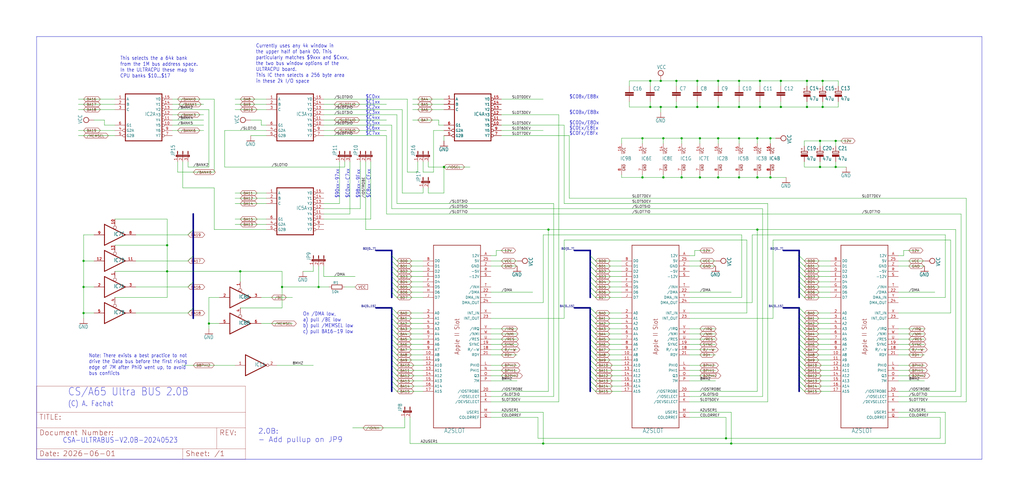
<source format=kicad_sch>
(kicad_sch (version 20231120) (generator "eeschema") (generator_version "8.0")
  (paper "User" 497.992 243.992)
  (junction (at 374.65 67.31))
  (junction (at 81.28 119.38))
  (junction (at 328.93 52.07))
  (junction (at 116.84 132.08))
  (junction (at 331.47 67.31))
  (junction (at 379.73 39.37))
  (junction (at 215.9 81.28))
  (junction (at 321.31 39.37))
  (junction (at 359.41 39.37))
  (junction (at 400.05 52.07))
  (junction (at 322.58 67.31))
  (junction (at 340.36 67.31))
  (junction (at 392.43 39.37))
  (junction (at 379.73 52.07))
  (junction (at 321.31 52.07))
  (junction (at 316.23 39.37))
  (junction (at 312.42 67.31))
  (junction (at 137.16 139.7))
  (junction (at 349.25 67.31))
  (junction (at 368.3 86.36))
  (junction (at 374.65 86.36))
  (junction (at 359.41 52.07))
  (junction (at 328.93 39.37))
  (junction (at 400.05 39.37))
  (junction (at 40.64 152.4))
  (junction (at 406.4 81.28))
  (junction (at 264.16 215.9))
  (junction (at 369.57 39.37))
  (junction (at 355.6 215.9))
  (junction (at 368.3 67.31))
  (junction (at 339.09 39.37))
  (junction (at 322.58 86.36))
  (junction (at 398.78 68.58))
  (junction (at 359.41 86.36))
  (junction (at 40.64 127))
  (junction (at 392.43 52.07))
  (junction (at 40.64 139.7))
  (junction (at 349.25 86.36))
  (junction (at 339.09 52.07))
  (junction (at 331.47 86.36))
  (junction (at 368.3 111.76))
  (junction (at 398.78 81.28))
  (junction (at 312.42 86.36))
  (junction (at 349.25 39.37))
  (junction (at 101.6 157.48))
  (junction (at 353.06 213.36))
  (junction (at 406.4 68.58))
  (junction (at 369.57 52.07))
  (junction (at 349.25 52.07))
  (junction (at 340.36 86.36))
  (junction (at 81.28 132.08))
  (junction (at 359.41 67.31))
  (junction (at 154.94 139.7))
  (junction (at 316.23 52.07))
  (junction (at 266.7 111.76))
  (bus_entry (at 289.56 132.08) (size -2.54 -2.54))
  (bus_entry (at 391.16 129.54) (size -2.54 -2.54))
  (bus_entry (at 289.56 134.62) (size -2.54 -2.54))
  (bus_entry (at 289.56 185.42) (size -2.54 -2.54))
  (bus_entry (at 391.16 132.08) (size -2.54 -2.54))
  (bus_entry (at 391.16 127) (size -2.54 -2.54))
  (bus_entry (at 193.04 185.42) (size -2.54 -2.54))
  (bus_entry (at 289.56 157.48) (size -2.54 -2.54))
  (bus_entry (at 289.56 154.94) (size -2.54 -2.54))
  (bus_entry (at 289.56 165.1) (size -2.54 -2.54))
  (bus_entry (at 391.16 190.5) (size -2.54 -2.54))
  (bus_entry (at 193.04 144.78) (size -2.54 -2.54))
  (bus_entry (at 193.04 177.8) (size -2.54 -2.54))
  (bus_entry (at 193.04 167.64) (size -2.54 -2.54))
  (bus_entry (at 289.56 139.7) (size -2.54 -2.54))
  (bus_entry (at 391.16 187.96) (size -2.54 -2.54))
  (bus_entry (at 289.56 160.02) (size -2.54 -2.54))
  (bus_entry (at 391.16 144.78) (size -2.54 -2.54))
  (bus_entry (at 193.04 154.94) (size -2.54 -2.54))
  (bus_entry (at 193.04 180.34) (size -2.54 -2.54))
  (bus_entry (at 193.04 137.16) (size -2.54 -2.54))
  (bus_entry (at 91.44 114.3) (size 2.54 -2.54))
  (bus_entry (at 289.56 129.54) (size -2.54 -2.54))
  (bus_entry (at 391.16 157.48) (size -2.54 -2.54))
  (bus_entry (at 193.04 170.18) (size -2.54 -2.54))
  (bus_entry (at 91.44 152.4) (size 2.54 -2.54))
  (bus_entry (at 193.04 182.88) (size -2.54 -2.54))
  (bus_entry (at 193.04 132.08) (size -2.54 -2.54))
  (bus_entry (at 193.04 190.5) (size -2.54 -2.54))
  (bus_entry (at 289.56 162.56) (size -2.54 -2.54))
  (bus_entry (at 193.04 152.4) (size -2.54 -2.54))
  (bus_entry (at 289.56 187.96) (size -2.54 -2.54))
  (bus_entry (at 391.16 139.7) (size -2.54 -2.54))
  (bus_entry (at 391.16 180.34) (size -2.54 -2.54))
  (bus_entry (at 391.16 177.8) (size -2.54 -2.54))
  (bus_entry (at 193.04 134.62) (size -2.54 -2.54))
  (bus_entry (at 289.56 137.16) (size -2.54 -2.54))
  (bus_entry (at 289.56 182.88) (size -2.54 -2.54))
  (bus_entry (at 391.16 134.62) (size -2.54 -2.54))
  (bus_entry (at 193.04 157.48) (size -2.54 -2.54))
  (bus_entry (at 91.44 139.7) (size 2.54 -2.54))
  (bus_entry (at 391.16 167.64) (size -2.54 -2.54))
  (bus_entry (at 193.04 175.26) (size -2.54 -2.54))
  (bus_entry (at 193.04 160.02) (size -2.54 -2.54))
  (bus_entry (at 91.44 127) (size 2.54 -2.54))
  (bus_entry (at 289.56 144.78) (size -2.54 -2.54))
  (bus_entry (at 289.56 170.18) (size -2.54 -2.54))
  (bus_entry (at 391.16 160.02) (size -2.54 -2.54))
  (bus_entry (at 391.16 162.56) (size -2.54 -2.54))
  (bus_entry (at 289.56 175.26) (size -2.54 -2.54))
  (bus_entry (at 289.56 172.72) (size -2.54 -2.54))
  (bus_entry (at 289.56 177.8) (size -2.54 -2.54))
  (bus_entry (at 193.04 165.1) (size -2.54 -2.54))
  (bus_entry (at 391.16 152.4) (size -2.54 -2.54))
  (bus_entry (at 193.04 172.72) (size -2.54 -2.54))
  (bus_entry (at 391.16 182.88) (size -2.54 -2.54))
  (bus_entry (at 193.04 139.7) (size -2.54 -2.54))
  (bus_entry (at 289.56 167.64) (size -2.54 -2.54))
  (bus_entry (at 289.56 127) (size -2.54 -2.54))
  (bus_entry (at 289.56 190.5) (size -2.54 -2.54))
  (bus_entry (at 391.16 170.18) (size -2.54 -2.54))
  (bus_entry (at 193.04 129.54) (size -2.54 -2.54))
  (bus_entry (at 391.16 175.26) (size -2.54 -2.54))
  (bus_entry (at 391.16 142.24) (size -2.54 -2.54))
  (bus_entry (at 391.16 137.16) (size -2.54 -2.54))
  (bus_entry (at 289.56 142.24) (size -2.54 -2.54))
  (bus_entry (at 391.16 172.72) (size -2.54 -2.54))
  (bus_entry (at 289.56 152.4) (size -2.54 -2.54))
  (bus_entry (at 193.04 127) (size -2.54 -2.54))
  (bus_entry (at 391.16 185.42) (size -2.54 -2.54))
  (bus_entry (at 193.04 142.24) (size -2.54 -2.54))
  (bus_entry (at 193.04 187.96) (size -2.54 -2.54))
  (bus_entry (at 193.04 162.56) (size -2.54 -2.54))
  (bus_entry (at 391.16 154.94) (size -2.54 -2.54))
  (bus_entry (at 289.56 180.34) (size -2.54 -2.54))
  (bus_entry (at 391.16 165.1) (size -2.54 -2.54))
  (wire (pts (xy 213.36 58.42) (xy 200.66 58.42)) (stroke (width 0.1524)))
  (bus (pts (xy 287.02 165.1) (xy 287.02 167.64)) (stroke (width 0.762)))
  (wire (pts (xy 349.25 52.07) (xy 359.41 52.07)) (stroke (width 0.1524)))
  (wire (pts (xy 264.16 215.9) (xy 264.16 200.66)) (stroke (width 0.1524)))
  (bus (pts (xy 287.02 121.92) (xy 287.02 124.46)) (stroke (width 0.762)))
  (wire (pts (xy 127 144.78) (xy 142.24 144.78)) (stroke (width 0.1524)))
  (bus (pts (xy 190.5 185.42) (xy 190.5 187.96)) (stroke (width 0.762)))
  (wire (pts (xy 322.58 86.36) (xy 312.42 86.36)))
  (wire (pts (xy 353.06 213.36) (xy 353.06 203.2)) (stroke (width 0.1524)))
  (polyline (pts (xy 17.78 223.52) (xy 477.52 223.52)) (stroke (width 0.1524) (type solid)))
  (wire (pts (xy 55.88 60.96) (xy 50.8 60.96)) (stroke (width 0.1524)))
  (wire (pts (xy 152.4 132.08) (xy 152.4 129.54)) (stroke (width 0.1524)))
  (wire (pts (xy 403.86 127) (xy 391.16 127)) (stroke (width 0.1524)))
  (wire (pts (xy 335.28 127) (xy 347.98 127)) (stroke (width 0.1524)))
  (wire (pts (xy 205.74 129.54) (xy 193.04 129.54)) (stroke (width 0.1524)))
  (wire (pts (xy 199.39 203.2) (xy 199.39 215.9)) (stroke (width 0.1524)))
  (wire (pts (xy 339.09 41.91) (xy 339.09 39.37)) (stroke (width 0.1524)))
  (wire (pts (xy 205.74 154.94) (xy 193.04 154.94)) (stroke (width 0.1524)))
  (bus (pts (xy 287.02 162.56) (xy 287.02 165.1)) (stroke (width 0.762)))
  (wire (pts (xy 86.36 83.82) (xy 86.36 78.74)) (stroke (width 0.1524)))
  (wire (pts (xy 370.84 193.04) (xy 335.28 193.04)) (stroke (width 0.1524)))
  (wire (pts (xy 238.76 124.46) (xy 241.3 124.46)) (stroke (width 0.1524)))
  (wire (pts (xy 391.16 71.12) (xy 391.16 68.58)) (stroke (width 0.1524)))
  (wire (pts (xy 368.3 111.76) (xy 266.7 111.76)) (stroke (width 0.1524)))
  (wire (pts (xy 374.65 85.09) (xy 374.65 86.36)))
  (wire (pts (xy 154.94 139.7) (xy 154.94 129.54)) (stroke (width 0.1524)))
  (wire (pts (xy 403.86 129.54) (xy 391.16 129.54)) (stroke (width 0.1524)))
  (wire (pts (xy 215.9 81.28) (xy 228.6 81.28)) (stroke (width 0.1524)))
  (wire (pts (xy 215.9 60.96) (xy 213.36 60.96)) (stroke (width 0.1524)))
  (wire (pts (xy 379.73 39.37) (xy 392.43 39.37)) (stroke (width 0.1524)))
  (wire (pts (xy 129.54 60.96) (xy 127 60.96)) (stroke (width 0.1524)))
  (wire (pts (xy 205.74 167.64) (xy 193.04 167.64)) (stroke (width 0.1524)))
  (wire (pts (xy 269.24 193.04) (xy 238.76 193.04)) (stroke (width 0.1524)))
  (wire (pts (xy 302.26 187.96) (xy 289.56 187.96)) (stroke (width 0.1524)))
  (wire (pts (xy 238.76 172.72) (xy 251.46 172.72)) (stroke (width 0.1524)))
  (wire (pts (xy 55.88 48.26) (xy 38.1 48.26)) (stroke (width 0.1524)))
  (wire (pts (xy 373.38 99.06) (xy 373.38 195.58)) (stroke (width 0.1524)))
  (bus (pts (xy 287.02 137.16) (xy 287.02 139.7)) (stroke (width 0.762)))
  (wire (pts (xy 66.04 152.4) (xy 91.44 152.4)) (stroke (width 0.1524)))
  (bus (pts (xy 93.98 137.16) (xy 93.98 124.46)) (stroke (width 0.762)))
  (wire (pts (xy 464.82 111.76) (xy 368.3 111.76)) (stroke (width 0.1524)))
  (wire (pts (xy 40.64 139.7) (xy 40.64 152.4)) (stroke (width 0.1524)))
  (wire (pts (xy 328.93 52.07) (xy 339.09 52.07)) (stroke (width 0.1524)))
  (bus (pts (xy 381 121.92) (xy 388.62 121.92)) (stroke (width 0.762)))
  (wire (pts (xy 157.48 60.96) (xy 190.5 60.96)) (stroke (width 0.1524)))
  (wire (pts (xy 127 157.48) (xy 142.24 157.48)) (stroke (width 0.1524)))
  (wire (pts (xy 167.64 81.28) (xy 167.64 78.74)) (stroke (width 0.1524)))
  (bus (pts (xy 190.5 167.64) (xy 190.5 170.18)) (stroke (width 0.762)))
  (bus (pts (xy 287.02 160.02) (xy 287.02 162.56)) (stroke (width 0.762)))
  (wire (pts (xy 203.2 83.82) (xy 203.2 78.74)) (stroke (width 0.1524)))
  (wire (pts (xy 302.26 182.88) (xy 289.56 182.88)) (stroke (width 0.1524)))
  (wire (pts (xy 101.6 81.28) (xy 91.44 81.28)) (stroke (width 0.1524)))
  (wire (pts (xy 101.6 157.48) (xy 101.6 160.02)) (stroke (width 0.1524)))
  (wire (pts (xy 157.48 106.68) (xy 180.34 106.68)) (stroke (width 0.1524)))
  (wire (pts (xy 340.36 85.09) (xy 340.36 86.36)))
  (wire (pts (xy 321.31 39.37) (xy 316.23 39.37)) (stroke (width 0.1524)))
  (wire (pts (xy 205.74 157.48) (xy 193.04 157.48)) (stroke (width 0.1524)))
  (wire (pts (xy 459.74 215.9) (xy 459.74 200.66)) (stroke (width 0.1524)))
  (bus (pts (xy 388.62 132.08) (xy 388.62 134.62)) (stroke (width 0.762)))
  (wire (pts (xy 157.48 99.06) (xy 165.1 99.06)) (stroke (width 0.1524)))
  (wire (pts (xy 302.26 86.36) (xy 302.26 85.09)))
  (wire (pts (xy 199.39 215.9) (xy 264.16 215.9)) (stroke (width 0.1524)))
  (wire (pts (xy 335.28 124.46) (xy 337.82 124.46)) (stroke (width 0.1524)))
  (wire (pts (xy 101.6 53.34) (xy 101.6 81.28)) (stroke (width 0.1524)))
  (wire (pts (xy 165.1 99.06) (xy 165.1 78.74)) (stroke (width 0.1524)))
  (wire (pts (xy 335.28 129.54) (xy 347.98 129.54)) (stroke (width 0.1524)))
  (wire (pts (xy 264.16 200.66) (xy 238.76 200.66)) (stroke (width 0.1524)))
  (wire (pts (xy 55.88 144.78) (xy 81.28 144.78)) (stroke (width 0.1524)))
  (wire (pts (xy 340.36 67.31) (xy 340.36 69.85)))
  (wire (pts (xy 91.44 81.28) (xy 91.44 78.74)) (stroke (width 0.1524)))
  (bus (pts (xy 287.02 172.72) (xy 287.02 175.26)) (stroke (width 0.762)))
  (wire (pts (xy 157.48 101.6) (xy 175.26 101.6)) (stroke (width 0.1524)))
  (wire (pts (xy 205.74 175.26) (xy 193.04 175.26)) (stroke (width 0.1524)))
  (wire (pts (xy 365.76 147.32) (xy 365.76 114.3)) (stroke (width 0.1524)))
  (bus (pts (xy 388.62 154.94) (xy 388.62 157.48)) (stroke (width 0.762)))
  (wire (pts (xy 266.7 111.76) (xy 177.8 111.76)) (stroke (width 0.1524)))
  (wire (pts (xy 238.76 185.42) (xy 251.46 185.42)) (stroke (width 0.1524)))
  (wire (pts (xy 215.9 48.26) (xy 200.66 48.26)) (stroke (width 0.1524)))
  (wire (pts (xy 331.47 86.36) (xy 322.58 86.36)))
  (wire (pts (xy 349.25 86.36) (xy 340.36 86.36)))
  (bus (pts (xy 93.98 111.76) (xy 93.98 104.14)) (stroke (width 0.762)))
  (wire (pts (xy 335.28 190.5) (xy 368.3 190.5)) (stroke (width 0.1524)))
  (wire (pts (xy 274.32 60.96) (xy 274.32 99.06)) (stroke (width 0.1524)))
  (wire (pts (xy 238.76 167.64) (xy 251.46 167.64)) (stroke (width 0.1524)))
  (wire (pts (xy 359.41 67.31) (xy 359.41 69.85)))
  (wire (pts (xy 403.86 177.8) (xy 391.16 177.8)) (stroke (width 0.1524)))
  (wire (pts (xy 467.36 193.04) (xy 436.88 193.04)) (stroke (width 0.1524)))
  (wire (pts (xy 104.14 48.26) (xy 104.14 83.82)) (stroke (width 0.1524)))
  (wire (pts (xy 45.72 114.3) (xy 40.64 114.3)) (stroke (width 0.1524)))
  (bus (pts (xy 388.62 149.86) (xy 388.62 152.4)) (stroke (width 0.762)))
  (wire (pts (xy 302.26 185.42) (xy 289.56 185.42)) (stroke (width 0.1524)))
  (wire (pts (xy 170.18 104.14) (xy 170.18 78.74)) (stroke (width 0.1524)))
  (wire (pts (xy 238.76 142.24) (xy 259.08 142.24)) (stroke (width 0.1524)))
  (wire (pts (xy 359.41 85.09) (xy 359.41 86.36)))
  (wire (pts (xy 55.88 106.68) (xy 81.28 106.68)) (stroke (width 0.1524)))
  (wire (pts (xy 400.05 52.07) (xy 407.67 52.07)) (stroke (width 0.1524)))
  (wire (pts (xy 359.41 39.37) (xy 369.57 39.37)) (stroke (width 0.1524)))
  (bus (pts (xy 388.62 162.56) (xy 388.62 165.1)) (stroke (width 0.762)))
  (wire (pts (xy 167.64 139.7) (xy 172.72 139.7)))
  (wire (pts (xy 403.86 160.02) (xy 391.16 160.02)) (stroke (width 0.1524)))
  (wire (pts (xy 436.88 142.24) (xy 454.66 142.24)) (stroke (width 0.1524)))
  (bus (pts (xy 190.5 182.88) (xy 190.5 185.42)) (stroke (width 0.762)))
  (wire (pts (xy 391.16 68.58) (xy 398.78 68.58)) (stroke (width 0.1524)))
  (bus (pts (xy 287.02 170.18) (xy 287.02 172.72)) (stroke (width 0.762)))
  (wire (pts (xy 238.76 177.8) (xy 251.46 177.8)) (stroke (width 0.1524)))
  (wire (pts (xy 462.28 152.4) (xy 436.88 152.4)) (stroke (width 0.1524)))
  (bus (pts (xy 190.5 154.94) (xy 190.5 157.48)) (stroke (width 0.762)))
  (wire (pts (xy 205.74 185.42) (xy 193.04 185.42)) (stroke (width 0.1524)))
  (wire (pts (xy 129.54 106.68) (xy 114.3 106.68)) (stroke (width 0.1524)))
  (wire (pts (xy 464.82 190.5) (xy 464.82 111.76)) (stroke (width 0.1524)))
  (wire (pts (xy 403.86 132.08) (xy 391.16 132.08)) (stroke (width 0.1524)))
  (wire (pts (xy 403.86 190.5) (xy 391.16 190.5)) (stroke (width 0.1524)))
  (wire (pts (xy 241.3 124.46) (xy 241.3 121.92)) (stroke (width 0.1524)))
  (wire (pts (xy 55.88 50.8) (xy 38.1 50.8)) (stroke (width 0.1524)))
  (wire (pts (xy 400.05 52.07) (xy 400.05 49.53)) (stroke (width 0.1524)))
  (wire (pts (xy 83.82 48.26) (xy 104.14 48.26)) (stroke (width 0.1524)))
  (bus (pts (xy 279.4 149.86) (xy 287.02 149.86)) (stroke (width 0.762)))
  (wire (pts (xy 208.28 81.28) (xy 215.9 81.28)) (stroke (width 0.1524)))
  (wire (pts (xy 137.16 149.86) (xy 116.84 149.86)) (stroke (width 0.1524)))
  (wire (pts (xy 400.05 41.91) (xy 400.05 39.37)) (stroke (width 0.1524)))
  (wire (pts (xy 302.26 134.62) (xy 289.56 134.62)) (stroke (width 0.1524)))
  (wire (pts (xy 349.25 49.53) (xy 349.25 52.07)) (stroke (width 0.1524)))
  (wire (pts (xy 205.74 127) (xy 193.04 127)) (stroke (width 0.1524)))
  (wire (pts (xy 205.74 165.1) (xy 193.04 165.1)) (stroke (width 0.1524)))
  (wire (pts (xy 238.76 154.94) (xy 274.32 154.94)) (stroke (width 0.1524)))
  (wire (pts (xy 459.74 114.3) (xy 459.74 144.78)) (stroke (width 0.1524)))
  (bus (pts (xy 388.62 137.16) (xy 388.62 139.7)) (stroke (width 0.762)))
  (wire (pts (xy 190.5 101.6) (xy 370.84 101.6)) (stroke (width 0.1524)))
  (wire (pts (xy 302.26 165.1) (xy 289.56 165.1)) (stroke (width 0.1524)))
  (wire (pts (xy 198.12 48.26) (xy 198.12 83.82)) (stroke (width 0.1524)))
  (wire (pts (xy 266.7 111.76) (xy 266.7 190.5)) (stroke (width 0.1524)))
  (wire (pts (xy 210.82 63.5) (xy 210.82 83.82)) (stroke (width 0.1524)))
  (wire (pts (xy 457.2 213.36) (xy 457.2 203.2)) (stroke (width 0.1524)))
  (bus (pts (xy 182.88 149.86) (xy 190.5 149.86)) (stroke (width 0.762)))
  (wire (pts (xy 238.76 127) (xy 251.46 127)) (stroke (width 0.1524)))
  (wire (pts (xy 215.9 93.98) (xy 215.9 81.28)) (stroke (width 0.1524)))
  (bus (pts (xy 287.02 149.86) (xy 287.02 152.4)) (stroke (width 0.762)))
  (bus (pts (xy 190.5 121.92) (xy 190.5 124.46)) (stroke (width 0.762)))
  (wire (pts (xy 121.92 66.04) (xy 129.54 66.04)) (stroke (width 0.1524)))
  (wire (pts (xy 40.64 114.3) (xy 40.64 127)) (stroke (width 0.1524)))
  (wire (pts (xy 302.26 152.4) (xy 289.56 152.4)) (stroke (width 0.1524)))
  (wire (pts (xy 205.74 137.16) (xy 193.04 137.16)) (stroke (width 0.1524)))
  (wire (pts (xy 349.25 85.09) (xy 349.25 86.36)))
  (bus (pts (xy 287.02 142.24) (xy 287.02 144.78)) (stroke (width 0.762)))
  (wire (pts (xy 264.16 215.9) (xy 355.6 215.9)) (stroke (width 0.1524)))
  (wire (pts (xy 198.12 83.82) (xy 203.2 83.82)) (stroke (width 0.1524)))
  (wire (pts (xy 316.23 41.91) (xy 316.23 39.37)) (stroke (width 0.1524)))
  (wire (pts (xy 302.26 175.26) (xy 289.56 175.26)) (stroke (width 0.1524)))
  (wire (pts (xy 368.3 67.31) (xy 368.3 69.85)))
  (wire (pts (xy 339.09 39.37) (xy 349.25 39.37)) (stroke (width 0.1524)))
  (wire (pts (xy 335.28 167.64) (xy 347.98 167.64)) (stroke (width 0.1524)))
  (bus (pts (xy 287.02 187.96) (xy 287.02 190.5)) (stroke (width 0.762)))
  (wire (pts (xy 238.76 147.32) (xy 264.16 147.32)) (stroke (width 0.1524)))
  (wire (pts (xy 210.82 83.82) (xy 205.74 83.82)) (stroke (width 0.1524)))
  (wire (pts (xy 137.16 139.7) (xy 154.94 139.7)) (stroke (width 0.1524)))
  (wire (pts (xy 335.28 160.02) (xy 347.98 160.02)) (stroke (width 0.1524)))
  (wire (pts (xy 436.88 127) (xy 449.58 127)) (stroke (width 0.1524)))
  (wire (pts (xy 368.3 67.31) (xy 374.65 67.31)))
  (wire (pts (xy 215.9 53.34) (xy 200.66 53.34)) (stroke (width 0.1524)))
  (wire (pts (xy 407.67 52.07) (xy 407.67 49.53)) (stroke (width 0.1524)))
  (wire (pts (xy 312.42 86.36) (xy 302.26 86.36)))
  (wire (pts (xy 339.09 49.53) (xy 339.09 52.07)) (stroke (width 0.1524)))
  (bus (pts (xy 287.02 177.8) (xy 287.02 180.34)) (stroke (width 0.762)))
  (wire (pts (xy 81.28 132.08) (xy 81.28 119.38)) (stroke (width 0.1524)))
  (wire (pts (xy 379.73 39.37) (xy 379.73 41.91)) (stroke (width 0.1524)))
  (wire (pts (xy 208.28 78.74) (xy 208.28 81.28)) (stroke (width 0.1524)))
  (wire (pts (xy 403.86 154.94) (xy 391.16 154.94)) (stroke (width 0.1524)))
  (wire (pts (xy 157.48 104.14) (xy 170.18 104.14)) (stroke (width 0.1524)))
  (wire (pts (xy 302.26 154.94) (xy 289.56 154.94)) (stroke (width 0.1524)))
  (wire (pts (xy 114.3 177.8) (xy 88.9 177.8)) (stroke (width 0.1524)))
  (wire (pts (xy 316.23 52.07) (xy 306.07 52.07)) (stroke (width 0.1524)))
  (wire (pts (xy 462.28 116.84) (xy 462.28 152.4)) (stroke (width 0.1524)))
  (wire (pts (xy 335.28 180.34) (xy 347.98 180.34)) (stroke (width 0.1524)))
  (wire (pts (xy 238.76 203.2) (xy 261.62 203.2)) (stroke (width 0.1524)))
  (wire (pts (xy 238.76 160.02) (xy 251.46 160.02)) (stroke (width 0.1524)))
  (wire (pts (xy 365.76 114.3) (xy 459.74 114.3)) (stroke (width 0.1524)))
  (wire (pts (xy 205.74 142.24) (xy 193.04 142.24)) (stroke (width 0.1524)))
  (wire (pts (xy 187.96 66.04) (xy 187.96 104.14)) (stroke (width 0.1524)))
  (wire (pts (xy 363.22 116.84) (xy 363.22 152.4)) (stroke (width 0.1524)))
  (wire (pts (xy 355.6 215.9) (xy 355.6 200.66)) (stroke (width 0.1524)))
  (wire (pts (xy 398.78 81.28) (xy 398.78 78.74)) (stroke (width 0.1524)))
  (bus (pts (xy 190.5 187.96) (xy 190.5 190.5)) (stroke (width 0.762)))
  (wire (pts (xy 154.94 139.7) (xy 160.02 139.7)))
  (bus (pts (xy 287.02 175.26) (xy 287.02 177.8)) (stroke (width 0.762)))
  (wire (pts (xy 104.14 91.44) (xy 88.9 91.44)) (stroke (width 0.1524)))
  (bus (pts (xy 190.5 157.48) (xy 190.5 160.02)) (stroke (width 0.762)))
  (wire (pts (xy 271.78 195.58) (xy 238.76 195.58)) (stroke (width 0.1524)))
  (wire (pts (xy 205.74 170.18) (xy 193.04 170.18)) (stroke (width 0.1524)))
  (wire (pts (xy 129.54 111.76) (xy 104.14 111.76)) (stroke (width 0.1524)))
  (wire (pts (xy 407.67 39.37) (xy 407.67 41.91)) (stroke (width 0.1524)))
  (wire (pts (xy 302.26 129.54) (xy 289.56 129.54)) (stroke (width 0.1524)))
  (wire (pts (xy 359.41 41.91) (xy 359.41 39.37)) (stroke (width 0.1524)))
  (wire (pts (xy 243.84 48.26) (xy 264.16 48.26)) (stroke (width 0.1524)))
  (wire (pts (xy 129.54 96.52) (xy 114.3 96.52)) (stroke (width 0.1524)))
  (polyline (pts (xy 477.52 223.52) (xy 477.52 17.78)) (stroke (width 0.1524) (type solid)))
  (wire (pts (xy 205.74 187.96) (xy 193.04 187.96)) (stroke (width 0.1524)))
  (wire (pts (xy 406.4 68.58) (xy 406.4 71.12)) (stroke (width 0.1524)))
  (wire (pts (xy 106.68 157.48) (xy 101.6 157.48)) (stroke (width 0.1524)))
  (wire (pts (xy 116.84 132.08) (xy 116.84 137.16)) (stroke (width 0.1524)))
  (wire (pts (xy 81.28 132.08) (xy 116.84 132.08)) (stroke (width 0.1524)))
  (wire (pts (xy 83.82 50.8) (xy 99.06 50.8)) (stroke (width 0.1524)))
  (wire (pts (xy 439.42 121.92) (xy 447.04 121.92)) (stroke (width 0.1524)))
  (bus (pts (xy 388.62 175.26) (xy 388.62 177.8)) (stroke (width 0.762)))
  (wire (pts (xy 81.28 106.68) (xy 81.28 119.38)) (stroke (width 0.1524)))
  (wire (pts (xy 205.74 144.78) (xy 193.04 144.78)) (stroke (width 0.1524)))
  (wire (pts (xy 127 58.42) (xy 121.92 58.42)) (stroke (width 0.1524)))
  (wire (pts (xy 436.88 162.56) (xy 449.58 162.56)) (stroke (width 0.1524)))
  (bus (pts (xy 287.02 124.46) (xy 287.02 127)) (stroke (width 0.762)))
  (wire (pts (xy 243.84 63.5) (xy 264.16 63.5)) (stroke (width 0.1524)))
  (wire (pts (xy 403.86 134.62) (xy 391.16 134.62)) (stroke (width 0.1524)))
  (bus (pts (xy 388.62 177.8) (xy 388.62 180.34)) (stroke (width 0.762)))
  (bus (pts (xy 190.5 162.56) (xy 190.5 165.1)) (stroke (width 0.762)))
  (wire (pts (xy 349.25 39.37) (xy 359.41 39.37)) (stroke (width 0.1524)))
  (wire (pts (xy 264.16 147.32) (xy 264.16 114.3)) (stroke (width 0.1524)))
  (wire (pts (xy 205.74 162.56) (xy 193.04 162.56)) (stroke (width 0.1524)))
  (wire (pts (xy 215.9 50.8) (xy 200.66 50.8)) (stroke (width 0.1524)))
  (wire (pts (xy 400.05 39.37) (xy 407.67 39.37)) (stroke (width 0.1524)))
  (wire (pts (xy 374.65 67.31) (xy 374.65 69.85)))
  (wire (pts (xy 302.26 137.16) (xy 289.56 137.16)) (stroke (width 0.1524)))
  (wire (pts (xy 403.86 142.24) (xy 391.16 142.24)) (stroke (width 0.1524)))
  (polyline (pts (xy 477.52 17.78) (xy 17.78 17.78)) (stroke (width 0.1524) (type solid)))
  (bus (pts (xy 190.5 180.34) (xy 190.5 182.88)) (stroke (width 0.762)))
  (wire (pts (xy 109.22 63.5) (xy 109.22 81.28)) (stroke (width 0.1524)))
  (wire (pts (xy 359.41 49.53) (xy 359.41 52.07)) (stroke (width 0.1524)))
  (wire (pts (xy 127 60.96) (xy 127 58.42)) (stroke (width 0.1524)))
  (wire (pts (xy 45.72 152.4) (xy 40.64 152.4)) (stroke (width 0.1524)))
  (wire (pts (xy 331.47 86.36) (xy 331.47 85.09)))
  (wire (pts (xy 403.86 152.4) (xy 391.16 152.4)) (stroke (width 0.1524)))
  (wire (pts (xy 157.48 48.26) (xy 198.12 48.26)) (stroke (width 0.1524)))
  (wire (pts (xy 335.28 162.56) (xy 347.98 162.56)) (stroke (width 0.1524)))
  (wire (pts (xy 205.74 152.4) (xy 193.04 152.4)) (stroke (width 0.1524)))
  (wire (pts (xy 406.4 81.28) (xy 411.48 81.28)) (stroke (width 0.1524)))
  (bus (pts (xy 388.62 124.46) (xy 388.62 127)) (stroke (width 0.762)))
  (wire (pts (xy 190.5 60.96) (xy 190.5 101.6)) (stroke (width 0.1524)))
  (wire (pts (xy 459.74 200.66) (xy 436.88 200.66)) (stroke (width 0.1524)))
  (wire (pts (xy 129.54 99.06) (xy 114.3 99.06)) (stroke (width 0.1524)))
  (wire (pts (xy 243.84 55.88) (xy 271.78 55.88)) (stroke (width 0.1524)))
  (bus (pts (xy 190.5 152.4) (xy 190.5 154.94)) (stroke (width 0.762)))
  (wire (pts (xy 436.88 180.34) (xy 449.58 180.34)) (stroke (width 0.1524)))
  (wire (pts (xy 306.07 49.53) (xy 306.07 52.07)) (stroke (width 0.1524)))
  (wire (pts (xy 215.9 63.5) (xy 210.82 63.5)) (stroke (width 0.1524)))
  (bus (pts (xy 190.5 127) (xy 190.5 129.54)) (stroke (width 0.762)))
  (wire (pts (xy 306.07 41.91) (xy 306.07 39.37)) (stroke (width 0.1524)))
  (wire (pts (xy 403.86 157.48) (xy 391.16 157.48)) (stroke (width 0.1524)))
  (wire (pts (xy 205.74 134.62) (xy 193.04 134.62)) (stroke (width 0.1524)))
  (wire (pts (xy 436.88 185.42) (xy 449.58 185.42)) (stroke (width 0.1524)))
  (wire (pts (xy 321.31 52.07) (xy 316.23 52.07)) (stroke (width 0.1524)))
  (wire (pts (xy 271.78 55.88) (xy 271.78 195.58)) (stroke (width 0.1524)))
  (wire (pts (xy 331.47 67.31) (xy 322.58 67.31)))
  (wire (pts (xy 403.86 144.78) (xy 391.16 144.78)) (stroke (width 0.1524)))
  (wire (pts (xy 243.84 60.96) (xy 274.32 60.96)) (stroke (width 0.1524)))
  (wire (pts (xy 205.74 172.72) (xy 193.04 172.72)) (stroke (width 0.1524)))
  (wire (pts (xy 370.84 101.6) (xy 370.84 193.04)) (stroke (width 0.1524)))
  (wire (pts (xy 403.86 187.96) (xy 391.16 187.96)) (stroke (width 0.1524)))
  (bus (pts (xy 182.88 121.92) (xy 190.5 121.92)) (stroke (width 0.762)))
  (bus (pts (xy 388.62 139.7) (xy 388.62 142.24)) (stroke (width 0.762)))
  (wire (pts (xy 238.76 165.1) (xy 251.46 165.1)) (stroke (width 0.1524)))
  (wire (pts (xy 392.43 52.07) (xy 392.43 49.53)) (stroke (width 0.1524)))
  (bus (pts (xy 287.02 157.48) (xy 287.02 160.02)) (stroke (width 0.762)))
  (wire (pts (xy 316.23 39.37) (xy 306.07 39.37)) (stroke (width 0.1524)))
  (wire (pts (xy 50.8 58.42) (xy 45.72 58.42)) (stroke (width 0.1524)))
  (bus (pts (xy 287.02 139.7) (xy 287.02 142.24)) (stroke (width 0.762)))
  (wire (pts (xy 205.74 177.8) (xy 193.04 177.8)) (stroke (width 0.1524)))
  (wire (pts (xy 368.3 86.36) (xy 359.41 86.36)))
  (wire (pts (xy 274.32 154.94) (xy 274.32 116.84)) (stroke (width 0.1524)))
  (wire (pts (xy 302.26 170.18) (xy 289.56 170.18)) (stroke (width 0.1524)))
  (wire (pts (xy 349.25 67.31) (xy 359.41 67.31)))
  (bus (pts (xy 190.5 129.54) (xy 190.5 132.08)) (stroke (width 0.762)))
  (wire (pts (xy 104.14 83.82) (xy 86.36 83.82)) (stroke (width 0.1524)))
  (wire (pts (xy 403.86 180.34) (xy 391.16 180.34)) (stroke (width 0.1524)))
  (wire (pts (xy 83.82 63.5) (xy 99.06 63.5)) (stroke (width 0.1524)))
  (wire (pts (xy 302.26 177.8) (xy 289.56 177.8)) (stroke (width 0.1524)))
  (wire (pts (xy 109.22 81.28) (xy 167.64 81.28)) (stroke (width 0.1524)))
  (wire (pts (xy 436.88 182.88) (xy 449.58 182.88)) (stroke (width 0.1524)))
  (wire (pts (xy 331.47 67.31) (xy 340.36 67.31)))
  (wire (pts (xy 55.88 53.34) (xy 38.1 53.34)) (stroke (width 0.1524)))
  (bus (pts (xy 190.5 177.8) (xy 190.5 180.34)) (stroke (width 0.762)))
  (wire (pts (xy 238.76 180.34) (xy 251.46 180.34)) (stroke (width 0.1524)))
  (wire (pts (xy 157.48 66.04) (xy 187.96 66.04)) (stroke (width 0.1524)))
  (wire (pts (xy 439.42 124.46) (xy 439.42 121.92)) (stroke (width 0.1524)))
  (wire (pts (xy 83.82 53.34) (xy 101.6 53.34)) (stroke (width 0.1524)))
  (wire (pts (xy 392.43 52.07) (xy 400.05 52.07)) (stroke (width 0.1524)))
  (wire (pts (xy 55.88 132.08) (xy 81.28 132.08)) (stroke (width 0.1524)))
  (wire (pts (xy 359.41 52.07) (xy 369.57 52.07)) (stroke (width 0.1524)))
  (bus (pts (xy 93.98 154.94) (xy 93.98 149.86)) (stroke (width 0.762)))
  (wire (pts (xy 205.74 182.88) (xy 193.04 182.88)) (stroke (width 0.1524)))
  (bus (pts (xy 190.5 139.7) (xy 190.5 142.24)) (stroke (width 0.762)))
  (wire (pts (xy 312.42 67.31) (xy 302.26 67.31)))
  (wire (pts (xy 238.76 129.54) (xy 251.46 129.54)) (stroke (width 0.1524)))
  (wire (pts (xy 392.43 41.91) (xy 392.43 39.37)) (stroke (width 0.1524)))
  (wire (pts (xy 436.88 124.46) (xy 439.42 124.46)) (stroke (width 0.1524)))
  (wire (pts (xy 339.09 52.07) (xy 349.25 52.07)) (stroke (width 0.1524)))
  (wire (pts (xy 436.88 177.8) (xy 449.58 177.8)) (stroke (width 0.1524)))
  (wire (pts (xy 322.58 67.31) (xy 312.42 67.31)))
  (wire (pts (xy 302.26 157.48) (xy 289.56 157.48)) (stroke (width 0.1524)))
  (wire (pts (xy 406.4 81.28) (xy 406.4 78.74)) (stroke (width 0.1524)))
  (wire (pts (xy 40.64 127) (xy 45.72 127)) (stroke (width 0.1524)))
  (bus (pts (xy 190.5 170.18) (xy 190.5 172.72)) (stroke (width 0.762)))
  (wire (pts (xy 302.26 67.31) (xy 302.26 69.85)))
  (bus (pts (xy 388.62 157.48) (xy 388.62 160.02)) (stroke (width 0.762)))
  (wire (pts (xy 238.76 162.56) (xy 251.46 162.56)) (stroke (width 0.1524)))
  (wire (pts (xy 469.9 96.52) (xy 469.9 195.58)) (stroke (width 0.1524)))
  (bus (pts (xy 190.5 142.24) (xy 190.5 144.78)) (stroke (width 0.762)))
  (wire (pts (xy 363.22 152.4) (xy 335.28 152.4)) (stroke (width 0.1524)))
  (bus (pts (xy 388.62 129.54) (xy 388.62 132.08)) (stroke (width 0.762)))
  (wire (pts (xy 353.06 213.36) (xy 457.2 213.36)) (stroke (width 0.1524)))
  (wire (pts (xy 137.16 132.08) (xy 137.16 139.7)) (stroke (width 0.1524)))
  (wire (pts (xy 459.74 144.78) (xy 436.88 144.78)) (stroke (width 0.1524)))
  (wire (pts (xy 436.88 167.64) (xy 449.58 167.64)) (stroke (width 0.1524)))
  (wire (pts (xy 215.9 68.58) (xy 215.9 66.04)) (stroke (width 0.1524)))
  (wire (pts (xy 369.57 52.07) (xy 379.73 52.07)) (stroke (width 0.1524)))
  (wire (pts (xy 374.65 86.36) (xy 368.3 86.36)))
  (wire (pts (xy 83.82 55.88) (xy 99.06 55.88)) (stroke (width 0.1524)))
  (wire (pts (xy 238.76 170.18) (xy 251.46 170.18)) (stroke (width 0.1524)))
  (bus (pts (xy 190.5 137.16) (xy 190.5 139.7)) (stroke (width 0.762)))
  (wire (pts (xy 50.8 60.96) (xy 50.8 58.42)) (stroke (width 0.1524)))
  (bus (pts (xy 388.62 142.24) (xy 388.62 144.78)) (stroke (width 0.762)))
  (wire (pts (xy 335.28 165.1) (xy 347.98 165.1)) (stroke (width 0.1524)))
  (bus (pts (xy 190.5 124.46) (xy 190.5 127)) (stroke (width 0.762)))
  (bus (pts (xy 388.62 160.02) (xy 388.62 162.56)) (stroke (width 0.762)))
  (wire (pts (xy 321.31 54.61) (xy 321.31 52.07)) (stroke (width 0.1524)))
  (wire (pts (xy 398.78 68.58) (xy 406.4 68.58)) (stroke (width 0.1524)))
  (bus (pts (xy 388.62 180.34) (xy 388.62 182.88)) (stroke (width 0.762)))
  (wire (pts (xy 40.64 152.4) (xy 40.64 154.94)) (stroke (width 0.1524)))
  (wire (pts (xy 321.31 39.37) (xy 328.93 39.37)) (stroke (width 0.1524)))
  (wire (pts (xy 129.54 63.5) (xy 109.22 63.5)) (stroke (width 0.1524)))
  (wire (pts (xy 392.43 39.37) (xy 400.05 39.37)) (stroke (width 0.1524)))
  (wire (pts (xy 375.92 154.94) (xy 375.92 116.84)) (stroke (width 0.1524)))
  (polyline (pts (xy 17.78 17.78) (xy 17.78 223.52)) (stroke (width 0.1524) (type solid)))
  (bus (pts (xy 287.02 167.64) (xy 287.02 170.18)) (stroke (width 0.762)))
  (wire (pts (xy 335.28 170.18) (xy 347.98 170.18)) (stroke (width 0.1524)))
  (wire (pts (xy 129.54 93.98) (xy 114.3 93.98)) (stroke (width 0.1524)))
  (wire (pts (xy 261.62 213.36) (xy 353.06 213.36)) (stroke (width 0.1524)))
  (bus (pts (xy 388.62 185.42) (xy 388.62 187.96)) (stroke (width 0.762)))
  (wire (pts (xy 321.31 52.07) (xy 328.93 52.07)) (stroke (width 0.1524)))
  (wire (pts (xy 467.36 104.14) (xy 467.36 193.04)) (stroke (width 0.1524)))
  (wire (pts (xy 81.28 119.38) (xy 55.88 119.38)) (stroke (width 0.1524)))
  (wire (pts (xy 205.74 83.82) (xy 205.74 78.74)) (stroke (width 0.1524)))
  (wire (pts (xy 391.16 81.28) (xy 398.78 81.28)) (stroke (width 0.1524)))
  (wire (pts (xy 116.84 132.08) (xy 137.16 132.08)) (stroke (width 0.1524)))
  (wire (pts (xy 436.88 160.02) (xy 449.58 160.02)) (stroke (width 0.1524)))
  (wire (pts (xy 302.26 167.64) (xy 289.56 167.64)) (stroke (width 0.1524)))
  (wire (pts (xy 302.26 132.08) (xy 289.56 132.08)) (stroke (width 0.1524)))
  (bus (pts (xy 287.02 185.42) (xy 287.02 187.96)) (stroke (width 0.762)))
  (wire (pts (xy 276.86 66.04) (xy 276.86 96.52)) (stroke (width 0.1524)))
  (wire (pts (xy 328.93 49.53) (xy 328.93 52.07)) (stroke (width 0.1524)))
  (wire (pts (xy 55.88 66.04) (xy 38.1 66.04)) (stroke (width 0.1524)))
  (bus (pts (xy 190.5 160.02) (xy 190.5 162.56)) (stroke (width 0.762)))
  (wire (pts (xy 337.82 124.46) (xy 337.82 121.92)) (stroke (width 0.1524)))
  (wire (pts (xy 104.14 111.76) (xy 104.14 91.44)) (stroke (width 0.1524)))
  (wire (pts (xy 335.28 154.94) (xy 375.92 154.94)) (stroke (width 0.1524)))
  (bus (pts (xy 381 149.86) (xy 388.62 149.86)) (stroke (width 0.762)))
  (wire (pts (xy 83.82 60.96) (xy 99.06 60.96)) (stroke (width 0.1524)))
  (wire (pts (xy 266.7 190.5) (xy 238.76 190.5)) (stroke (width 0.1524)))
  (wire (pts (xy 403.86 167.64) (xy 391.16 167.64)) (stroke (width 0.1524)))
  (wire (pts (xy 208.28 93.98) (xy 215.9 93.98)) (stroke (width 0.1524)))
  (wire (pts (xy 137.16 139.7) (xy 137.16 149.86)) (stroke (width 0.1524)))
  (wire (pts (xy 436.88 165.1) (xy 449.58 165.1)) (stroke (width 0.1524)))
  (wire (pts (xy 205.74 139.7) (xy 193.04 139.7)) (stroke (width 0.1524)))
  (wire (pts (xy 335.28 172.72) (xy 347.98 172.72)) (stroke (width 0.1524)))
  (wire (pts (xy 302.26 139.7) (xy 289.56 139.7)) (stroke (width 0.1524)))
  (wire (pts (xy 193.04 99.06) (xy 269.24 99.06)) (stroke (width 0.1524)))
  (wire (pts (xy 157.48 58.42) (xy 187.96 58.42)) (stroke (width 0.1524)))
  (bus (pts (xy 190.5 132.08) (xy 190.5 134.62)) (stroke (width 0.762)))
  (wire (pts (xy 243.84 66.04) (xy 276.86 66.04)) (stroke (width 0.1524)))
  (bus (pts (xy 279.4 121.92) (xy 287.02 121.92)) (stroke (width 0.762)))
  (wire (pts (xy 157.48 129.54) (xy 157.48 134.62)) (stroke (width 0.1524)))
  (wire (pts (xy 157.48 50.8) (xy 187.96 50.8)) (stroke (width 0.1524)))
  (wire (pts (xy 403.86 185.42) (xy 391.16 185.42)) (stroke (width 0.1524)))
  (wire (pts (xy 157.48 134.62) (xy 172.72 134.62)) (stroke (width 0.1524)))
  (wire (pts (xy 382.27 86.36) (xy 374.65 86.36)))
  (wire (pts (xy 205.74 180.34) (xy 193.04 180.34)) (stroke (width 0.1524)))
  (bus (pts (xy 93.98 124.46) (xy 93.98 111.76)) (stroke (width 0.762)))
  (wire (pts (xy 106.68 144.78) (xy 101.6 144.78)) (stroke (width 0.1524)))
  (wire (pts (xy 436.88 170.18) (xy 449.58 170.18)) (stroke (width 0.1524)))
  (wire (pts (xy 312.42 86.36) (xy 312.42 85.09)))
  (bus (pts (xy 388.62 172.72) (xy 388.62 175.26)) (stroke (width 0.762)))
  (wire (pts (xy 403.86 172.72) (xy 391.16 172.72)) (stroke (width 0.1524)))
  (wire (pts (xy 403.86 170.18) (xy 391.16 170.18)) (stroke (width 0.1524)))
  (bus (pts (xy 388.62 121.92) (xy 388.62 124.46)) (stroke (width 0.762)))
  (wire (pts (xy 322.58 67.31) (xy 322.58 69.85)))
  (wire (pts (xy 316.23 49.53) (xy 316.23 52.07)) (stroke (width 0.1524)))
  (wire (pts (xy 157.48 55.88) (xy 193.04 55.88)) (stroke (width 0.1524)))
  (wire (pts (xy 359.41 86.36) (xy 349.25 86.36)))
  (bus (pts (xy 190.5 134.62) (xy 190.5 137.16)) (stroke (width 0.762)))
  (wire (pts (xy 403.86 137.16) (xy 391.16 137.16)) (stroke (width 0.1524)))
  (wire (pts (xy 391.16 78.74) (xy 391.16 81.28)) (stroke (width 0.1524)))
  (bus (pts (xy 190.5 149.86) (xy 190.5 152.4)) (stroke (width 0.762)))
  (bus (pts (xy 190.5 175.26) (xy 190.5 177.8)) (stroke (width 0.762)))
  (wire (pts (xy 360.68 144.78) (xy 335.28 144.78)) (stroke (width 0.1524)))
  (wire (pts (xy 469.9 195.58) (xy 436.88 195.58)) (stroke (width 0.1524)))
  (wire (pts (xy 302.26 160.02) (xy 289.56 160.02)) (stroke (width 0.1524)))
  (wire (pts (xy 238.76 182.88) (xy 251.46 182.88)) (stroke (width 0.1524)))
  (wire (pts (xy 205.74 132.08) (xy 193.04 132.08)) (stroke (width 0.1524)))
  (wire (pts (xy 335.28 182.88) (xy 347.98 182.88)) (stroke (width 0.1524)))
  (wire (pts (xy 335.28 142.24) (xy 355.6 142.24)) (stroke (width 0.1524)))
  (bus (pts (xy 388.62 187.96) (xy 388.62 190.5)) (stroke (width 0.762)))
  (wire (pts (xy 331.47 69.85) (xy 331.47 67.31)))
  (wire (pts (xy 274.32 99.06) (xy 373.38 99.06)) (stroke (width 0.1524)))
  (wire (pts (xy 241.3 121.92) (xy 248.92 121.92)) (stroke (width 0.1524)))
  (wire (pts (xy 208.28 91.44) (xy 208.28 93.98)) (stroke (width 0.1524)))
  (wire (pts (xy 368.3 190.5) (xy 368.3 111.76)) (stroke (width 0.1524)))
  (wire (pts (xy 302.26 172.72) (xy 289.56 172.72)) (stroke (width 0.1524)))
  (wire (pts (xy 322.58 86.36) (xy 322.58 85.09)))
  (bus (pts (xy 388.62 152.4) (xy 388.62 154.94)) (stroke (width 0.762)))
  (wire (pts (xy 302.26 180.34) (xy 289.56 180.34)) (stroke (width 0.1524)))
  (bus (pts (xy 287.02 154.94) (xy 287.02 157.48)) (stroke (width 0.762)))
  (wire (pts (xy 302.26 127) (xy 289.56 127)) (stroke (width 0.1524)))
  (wire (pts (xy 337.82 121.92) (xy 345.44 121.92)) (stroke (width 0.1524)))
  (bus (pts (xy 287.02 180.34) (xy 287.02 182.88)) (stroke (width 0.762)))
  (wire (pts (xy 340.36 67.31) (xy 349.25 67.31)))
  (wire (pts (xy 129.54 53.34) (xy 114.3 53.34)) (stroke (width 0.1524)))
  (wire (pts (xy 187.96 104.14) (xy 467.36 104.14)) (stroke (width 0.1524)))
  (wire (pts (xy 355.6 215.9) (xy 459.74 215.9)) (stroke (width 0.1524)))
  (wire (pts (xy 101.6 144.78) (xy 101.6 157.48)) (stroke (width 0.1524)))
  (wire (pts (xy 335.28 147.32) (xy 365.76 147.32)) (stroke (width 0.1524)))
  (wire (pts (xy 40.64 127) (xy 40.64 139.7)) (stroke (width 0.1524)))
  (wire (pts (xy 373.38 195.58) (xy 335.28 195.58)) (stroke (width 0.1524)))
  (bus (pts (xy 388.62 167.64) (xy 388.62 170.18)) (stroke (width 0.762)))
  (wire (pts (xy 205.74 160.02) (xy 193.04 160.02)) (stroke (width 0.1524)))
  (wire (pts (xy 368.3 85.09) (xy 368.3 86.36)))
  (bus (pts (xy 287.02 132.08) (xy 287.02 134.62)) (stroke (width 0.762)))
  (bus (pts (xy 388.62 165.1) (xy 388.62 167.64)) (stroke (width 0.762)))
  (wire (pts (xy 464.82 190.5) (xy 436.88 190.5)) (stroke (width 0.1524)))
  (wire (pts (xy 276.86 96.52) (xy 469.9 96.52)) (stroke (width 0.1524)))
  (wire (pts (xy 88.9 91.44) (xy 88.9 78.74)) (stroke (width 0.1524)))
  (wire (pts (xy 403.86 139.7) (xy 391.16 139.7)) (stroke (width 0.1524)))
  (wire (pts (xy 66.04 127) (xy 91.44 127)) (stroke (width 0.1524)))
  (wire (pts (xy 129.54 109.22) (xy 114.3 109.22)) (stroke (width 0.1524)))
  (wire (pts (xy 302.26 190.5) (xy 289.56 190.5)) (stroke (width 0.1524)))
  (wire (pts (xy 349.25 41.91) (xy 349.25 39.37)) (stroke (width 0.1524)))
  (wire (pts (xy 398.78 81.28) (xy 406.4 81.28)) (stroke (width 0.1524)))
  (wire (pts (xy 302.26 142.24) (xy 289.56 142.24)) (stroke (width 0.1524)))
  (bus (pts (xy 388.62 170.18) (xy 388.62 172.72)) (stroke (width 0.762)))
  (wire (pts (xy 193.04 55.88) (xy 193.04 99.06)) (stroke (width 0.1524)))
  (wire (pts (xy 335.28 185.42) (xy 347.98 185.42)) (stroke (width 0.1524)))
  (wire (pts (xy 177.8 111.76) (xy 177.8 78.74)) (stroke (width 0.1524)))
  (wire (pts (xy 195.58 93.98) (xy 205.74 93.98)) (stroke (width 0.1524)))
  (wire (pts (xy 355.6 200.66) (xy 335.28 200.66)) (stroke (width 0.1524)))
  (wire (pts (xy 83.82 58.42) (xy 99.06 58.42)) (stroke (width 0.1524)))
  (wire (pts (xy 81.28 144.78) (xy 81.28 132.08)) (stroke (width 0.1524)))
  (bus (pts (xy 287.02 134.62) (xy 287.02 137.16)) (stroke (width 0.762)))
  (wire (pts (xy 353.06 203.2) (xy 335.28 203.2)) (stroke (width 0.1524)))
  (wire (pts (xy 340.36 86.36) (xy 331.47 86.36)))
  (wire (pts (xy 379.73 52.07) (xy 379.73 49.53)) (stroke (width 0.1524)))
  (wire (pts (xy 66.04 114.3) (xy 91.44 114.3)) (stroke (width 0.1524)))
  (bus (pts (xy 287.02 182.88) (xy 287.02 185.42)) (stroke (width 0.762)))
  (wire (pts (xy 403.86 182.88) (xy 391.16 182.88)) (stroke (width 0.1524)))
  (bus (pts (xy 388.62 134.62) (xy 388.62 137.16)) (stroke (width 0.762)))
  (wire (pts (xy 369.57 41.91) (xy 369.57 39.37)) (stroke (width 0.1524)))
  (bus (pts (xy 287.02 152.4) (xy 287.02 154.94)) (stroke (width 0.762)))
  (wire (pts (xy 335.28 177.8) (xy 347.98 177.8)) (stroke (width 0.1524)))
  (wire (pts (xy 129.54 48.26) (xy 114.3 48.26)) (stroke (width 0.1524)))
  (wire (pts (xy 328.93 41.91) (xy 328.93 39.37)) (stroke (width 0.1524)))
  (bus (pts (xy 93.98 149.86) (xy 93.98 137.16)) (stroke (width 0.762)))
  (wire (pts (xy 403.86 162.56) (xy 391.16 162.56)) (stroke (width 0.1524)))
  (wire (pts (xy 369.57 49.53) (xy 369.57 52.07)) (stroke (width 0.1524)))
  (wire (pts (xy 264.16 114.3) (xy 360.68 114.3)) (stroke (width 0.1524)))
  (wire (pts (xy 269.24 99.06) (xy 269.24 193.04)) (stroke (width 0.1524)))
  (wire (pts (xy 157.48 63.5) (xy 187.96 63.5)) (stroke (width 0.1524)))
  (wire (pts (xy 157.48 53.34) (xy 195.58 53.34)) (stroke (width 0.1524)))
  (wire (pts (xy 403.86 165.1) (xy 391.16 165.1)) (stroke (width 0.1524)))
  (wire (pts (xy 406.4 68.58) (xy 414.02 68.58)) (stroke (width 0.1524)))
  (wire (pts (xy 196.85 203.2) (xy 196.85 208.28)) (stroke (width 0.1524)))
  (wire (pts (xy 349.25 67.31) (xy 349.25 69.85)))
  (bus (pts (xy 190.5 165.1) (xy 190.5 167.64)) (stroke (width 0.762)))
  (wire (pts (xy 66.04 139.7) (xy 91.44 139.7)) (stroke (width 0.1524)))
  (wire (pts (xy 261.62 203.2) (xy 261.62 213.36)) (stroke (width 0.1524)))
  (wire (pts (xy 55.88 63.5) (xy 38.1 63.5)) (stroke (width 0.1524)))
  (wire (pts (xy 147.32 132.08) (xy 152.4 132.08)) (stroke (width 0.1524)))
  (wire (pts (xy 45.72 139.7) (xy 40.64 139.7)) (stroke (width 0.1524)))
  (wire (pts (xy 213.36 60.96) (xy 213.36 58.42)) (stroke (width 0.1524)))
  (wire (pts (xy 134.62 177.8) (xy 152.4 177.8)) (stroke (width 0.1524)))
  (wire (pts (xy 205.74 93.98) (xy 205.74 91.44)) (stroke (width 0.1524)))
  (wire (pts (xy 436.88 129.54) (xy 449.58 129.54)) (stroke (width 0.1524)))
  (wire (pts (xy 175.26 101.6) (xy 175.26 78.74)) (stroke (width 0.1524)))
  (wire (pts (xy 302.26 144.78) (xy 289.56 144.78)) (stroke (width 0.1524)))
  (wire (pts (xy 312.42 67.31) (xy 312.42 69.85)))
  (wire (pts (xy 302.26 162.56) (xy 289.56 162.56)) (stroke (width 0.1524)))
  (wire (pts (xy 457.2 203.2) (xy 436.88 203.2)) (stroke (width 0.1524)))
  (wire (pts (xy 375.92 116.84) (xy 462.28 116.84)) (stroke (width 0.1524)))
  (wire (pts (xy 274.32 116.84) (xy 363.22 116.84)) (stroke (width 0.1524)))
  (wire (pts (xy 328.93 39.37) (xy 339.09 39.37)) (stroke (width 0.1524)))
  (wire (pts (xy 196.85 208.28) (xy 171.45 208.28)) (stroke (width 0.1524)))
  (wire (pts (xy 359.41 67.31) (xy 368.3 67.31)))
  (wire (pts (xy 374.65 67.31) (xy 377.19 67.31)))
  (wire (pts (xy 379.73 52.07) (xy 392.43 52.07)) (stroke (width 0.1524)))
  (bus (pts (xy 388.62 182.88) (xy 388.62 185.42)) (stroke (width 0.762)))
  (wire (pts (xy 129.54 50.8) (xy 114.3 50.8)) (stroke (width 0.1524)))
  (wire (pts (xy 403.86 175.26) (xy 391.16 175.26)) (stroke (width 0.1524)))
  (wire (pts (xy 369.57 39.37) (xy 379.73 39.37)) (stroke (width 0.1524)))
  (bus (pts (xy 388.62 127) (xy 388.62 129.54)) (stroke (width 0.762)))
  (wire (pts (xy 360.68 114.3) (xy 360.68 144.78)) (stroke (width 0.1524)))
  (bus (pts (xy 287.02 127) (xy 287.02 129.54)) (stroke (width 0.762)))
  (wire (pts (xy 436.88 172.72) (xy 449.58 172.72)) (stroke (width 0.1524)))
  (wire (pts (xy 398.78 71.12) (xy 398.78 68.58)) (stroke (width 0.1524)))
  (wire (pts (xy 205.74 190.5) (xy 193.04 190.5)) (stroke (width 0.1524)))
  (bus (pts (xy 190.5 172.72) (xy 190.5 175.26)) (stroke (width 0.762)))
  (wire (pts (xy 195.58 53.34) (xy 195.58 93.98)) (stroke (width 0.1524)))
  (wire (pts (xy 180.34 106.68) (xy 180.34 78.74)) (stroke (width 0.1524)))
  (bus (pts (xy 287.02 129.54) (xy 287.02 132.08)) (stroke (width 0.762)))
  (text "$C7xx" (at 177.8 66.04 0) (effects (font (size 1.778 1.5113)) (justify left bottom)))
  (text "2.0B:\n- Add pullup on JP9" (at 125.476 212.09 0) (effects (font (size 2.54 2.54)) (justify left)))
  (text "$C3xx" (at 177.8 55.88 0) (effects (font (size 1.778 1.5113)) (justify left bottom)))
  (text "$90xx-97xx" (at 165.1 96.52 90) (effects (font (size 1.778 1.5113)) (justify left bottom)))
  (text "Currently uses any 4k window in\nthe upper half of bank 00. This\nparticularly matches $9xxx and $Cxxx,\nthe two bus window options of the\nULTRACPU board.\nThis IC then selects a 256 byte area\nin these 2k I/O space" (at 124.46 40.64 0) (effects (font (size 1.778 1.5113)) (justify left bottom)))
  (text "$C5xx" (at 177.8 60.96 0) (effects (font (size 1.778 1.5113)) (justify left bottom)))
  (text "CS/A65 Ultra BUS 2.0B" (at 33.02 193.04 0) (effects (font (size 3.81 3.2385)) (justify left bottom)))
  (text "This selects the a 64k bank\nfrom the 1M bus address space.\nIn the ULTRACPU these map to\nCPU banks $10...$17" (at 58.42 38.1 0) (effects (font (size 1.778 1.5113)) (justify left bottom)))
  (text "$C0xx-C7xx" (at 170.18 96.52 90) (effects (font (size 1.778 1.5113)) (justify left bottom)))
  (text "$C0Dx/E8Dx" (at 276.86 60.96 0) (effects (font (size 1.778 1.5113)) (justify left bottom)))
  (text "On /DMA low,\na) pull /BE low\nb) pull /MEMSEL low\nc) pull BA16-19 low" (at 147.32 162.56 0) (effects (font (size 1.778 1.5113)) (justify left bottom)))
  (text "$C0Bx/E8Bx" (at 276.86 55.88 0) (effects (font (size 1.778 1.5113)) (justify left bottom)))
  (text "CSA-ULTRABUS-V2.0B-20240523" (at 30.48 215.9 0) (effects (font (size 2.54 2.159)) (justify left bottom)))
  (text "$C4xx" (at 177.8 58.42 0) (effects (font (size 1.778 1.5113)) (justify left bottom)))
  (text "Note: There exists a best practice to not\ndrive the Data bus before the first rising\nedge of 7M after Phi0 went up, to avoid\nbus conflicts" (at 43.18 182.88 0) (effects (font (size 1.778 1.5113)) (justify left bottom)))
  (text "$C8xx-CFxx" (at 180.34 96.52 90) (effects (font (size 1.778 1.5113)) (justify left bottom)))
  (text "$C08x/E88x" (at 276.86 48.26 0) (effects (font (size 1.778 1.5113)) (justify left bottom)))
  (text "$C0Ex/E8Ex" (at 276.86 63.5 0) (effects (font (size 1.778 1.5113)) (justify left bottom)))
  (text "$98xx-9Fxx" (at 175.26 96.52 90) (effects (font (size 1.778 1.5113)) (justify left bottom)))
  (text "(C) A. Fachat" (at 33.02 198.12 0) (effects (font (size 2.54 2.159)) (justify left bottom)))
  (text "$C0xx" (at 177.8 48.26 0) (effects (font (size 1.778 1.5113)) (justify left bottom)))
  (text "$C1xx" (at 177.8 50.8 0) (effects (font (size 1.778 1.5113)) (justify left bottom)))
  (text "$C2xx" (at 177.8 53.34 0) (effects (font (size 1.778 1.5113)) (justify left bottom)))
  (text "$C0Fx/E8Fx" (at 276.86 66.04 0) (effects (font (size 1.778 1.5113)) (justify left bottom)))
  (text "$C6xx" (at 177.8 63.5 0) (effects (font (size 1.778 1.5113)) (justify left bottom)))
  (label "/SLOT2IO" (at 162.56 53.34 0) (effects (font (size 1.2446 1.2446))))
  (label "/SLOT7IO" (at 162.56 66.04 0) (effects (font (size 1.2446 1.2446))))
  (label "/IOSTROBE" (at 340.36 190.5 0) (effects (font (size 1.2446 1.2446))))
  (label "/SLOT3IO" (at 243.84 193.04 0) (effects (font (size 1.2446 1.2446))))
  (label "/SLOT0IO" (at 162.56 48.26 0) (effects (font (size 1.2446 1.2446))))
  (label "/SLOT3IO" (at 218.44 99.06 0) (effects (font (size 1.2446 1.2446))))
  (label "A2USER1" (at 204.47 215.9 0) (effects (font (size 1.2446 1.2446))))
  (label "BA[0..15]" (at 279.4 149.86 180) (effects (font (size 1.016 1.016))))
  (label "BD[0..7]" (at 279.4 121.92 180) (effects (font (size 1.016 1.016))))
  (label "A2USER1" (at 441.96 200.66 0) (effects (font (size 1.2446 1.2446))))
  (label "SLOT5DEV" (at 340.36 195.58 0) (effects (font (size 1.2446 1.2446))))
  (label "COLORREF" (at 441.96 203.2 0) (effects (font (size 1.2446 1.2446))))
  (label "/BANK2" (at 93.98 81.28 0) (effects (font (size 1.2446 1.2446))))
  (label "/SLOT7IO" (at 441.96 193.04 0) (effects (font (size 1.2446 1.2446))))
  (label "SLOT5DEV" (at 307.34 99.06 0) (effects (font (size 1.2446 1.2446))))
  (label "/BANK2" (at 86.36 53.34 0) (effects (font (size 1.2446 1.2446))))
  (label "COLORREF" (at 243.84 203.2 0) (effects (font (size 1.2446 1.2446))))
  (label "/IOSTROBE" (at 177.8 96.52 90) (effects (font (size 1.2446 1.2446))))
  (label "A2USER1" (at 340.36 200.66 0) (effects (font (size 1.2446 1.2446))))
  (label "/DMA" (at 441.96 142.24 0) (effects (font (size 1.2446 1.2446))))
  (label "/DMA" (at 340.36 142.24 0) (effects (font (size 1.2446 1.2446))))
  (label "SLOT7DEV" (at 248.92 66.04 0) (effects (font (size 1.2446 1.2446))))
  (label "/SLOT5IO" (at 218.44 101.6 0) (effects (font (size 1.2446 1.2446))))
  (label "/SLOT7IO" (at 307.34 104.14 0) (effects (font (size 1.2446 1.2446))))
  (label "8MHZ" (at 243.84 185.42 0) (effects (font (size 1.2446 1.2446))))
  (label "/SLOT3IO" (at 162.56 55.88 0) (effects (font (size 1.2446 1.2446))))
  (label "/SLOT5IO" (at 307.34 101.6 0) (effects (font (size 1.2446 1.2446))))
  (label "/IOSTROBE" (at 243.84 190.5 0) (effects (font (size 1.2446 1.2446))))
  (label "/SLOT7IO" (at 419.1 104.14 0) (effects (font (size 1.2446 1.2446))))
  (label "/DMA" (at 243.84 142.24 0) (effects (font (size 1.2446 1.2446))))
  (label "COLORREF" (at 340.36 203.2 0) (effects (font (size 1.2446 1.2446))))
  (label "SLOT7DEV" (at 307.34 96.52 0) (effects (font (size 1.2446 1.2446))))
  (label "SLOT7DEV" (at 441.96 195.58 0) (effects (font (size 1.2446 1.2446))))
  (label "/BANK4" (at 86.36 58.42 0) (effects (font (size 1.2446 1.2446))))
  (label "/SLOT7IO" (at 218.44 104.14 0) (effects (font (size 1.2446 1.2446))))
  (label "BA[0..15]" (at 182.88 149.86 180) (effects (font (size 1.016 1.016))))
  (label "SLOT6DEV" (at 248.92 63.5 0) (effects (font (size 1.2446 1.2446))))
  (label "SLOT3DEV" (at 243.84 195.58 0) (effects (font (size 1.2446 1.2446))))
  (label "/SLOTIO" (at 116.84 63.5 0) (effects (font (size 1.2446 1.2446))))
  (label "/BANK5" (at 86.36 60.96 0) (effects (font (size 1.2446 1.2446))))
  (label "/SLOTIO" (at 132.08 81.28 0) (effects (font (size 1.2446 1.2446))))
  (label "/SLOT5IO" (at 162.56 60.96 0) (effects (font (size 1.2446 1.2446))))
  (label "A2USER1" (at 243.84 200.66 0) (effects (font (size 1.2446 1.2446))))
  (label "SLOT3DEV" (at 248.92 55.88 0) (effects (font (size 1.2446 1.2446))))
  (label "/IOSTROBE" (at 441.96 190.5 0) (effects (font (size 1.2446 1.2446))))
  (label "SLOT7DEV" (at 419.1 96.52 0) (effects (font (size 1.2446 1.2446))))
  (label "/SLOT5IO" (at 340.36 193.04 0) (effects (font (size 1.2446 1.2446))))
  (label "/DMA" (at 162.56 134.62 0) (effects (font (size 1.2446 1.2446))))
  (label "8MHZ" (at 142.24 177.8 0) (effects (font (size 1.2446 1.2446))))
  (label "8MHZ" (at 441.96 185.42 0) (effects (font (size 1.2446 1.2446))))
  (label "BA[0..15]" (at 381 149.86 180) (effects (font (size 1.016 1.016))))
  (label "8MHZ" (at 340.36 185.42 0) (effects (font (size 1.2446 1.2446))))
  (label "SLOT0DEV" (at 248.92 48.26 0) (effects (font (size 1.2446 1.2446))))
  (label "BD[0..7]" (at 182.88 121.92 180) (effects (font (size 1.016 1.016))))
  (label "BD[0..7]" (at 381 121.92 180) (effects (font (size 1.016 1.016))))
  (label "SLOT5DEV" (at 248.92 60.96 0) (effects (font (size 1.2446 1.2446))))
  (global_label "BA7" (shape bidirectional) (at 203.2 58.42 0) (effects (font (size 1.2446 1.2446))) (property "Intersheetrefs" "${INTERSHEET_REFS}" (effects (hide yes))))
  (global_label "BD1" (shape bidirectional) (at 193.04 129.54 0) (effects (font (size 1.2446 1.2446))) (property "Intersheetrefs" "${INTERSHEET_REFS}" (effects (hide yes))))
  (global_label "BA11" (shape bidirectional) (at 289.56 180.34 0) (effects (font (size 1.2446 1.2446))) (property "Intersheetrefs" "${INTERSHEET_REFS}" (effects (hide yes))))
  (global_label "R/-W" (shape bidirectional) (at 243.84 170.18 0) (effects (font (size 1.2446 1.2446))) (property "Intersheetrefs" "${INTERSHEET_REFS}" (effects (hide yes))))
  (global_label "BA10" (shape bidirectional) (at 391.16 177.8 0) (effects (font (size 1.2446 1.2446))) (property "Intersheetrefs" "${INTERSHEET_REFS}" (effects (hide yes))))
  (global_label "BD3" (shape bidirectional) (at 289.56 134.62 0) (effects (font (size 1.2446 1.2446))) (property "Intersheetrefs" "${INTERSHEET_REFS}" (effects (hide yes))))
  (global_label "VCC" (shape input) (at 172.72 139.7 0) (property "Intersheetrefs" "${INTERSHEET_REFS}" (effects (hide yes))))
  (global_label "BA4" (shape bidirectional) (at 203.2 48.26 0) (effects (font (size 1.2446 1.2446))) (property "Intersheetrefs" "${INTERSHEET_REFS}" (effects (hide yes))))
  (global_label "BA6" (shape bidirectional) (at 391.16 167.64 0) (effects (font (size 1.2446 1.2446))) (property "Intersheetrefs" "${INTERSHEET_REFS}" (effects (hide yes))))
  (global_label "BA9" (shape bidirectional) (at 116.84 50.8 0) (effects (font (size 1.2446 1.2446))) (property "Intersheetrefs" "${INTERSHEET_REFS}" (effects (hide yes))))
  (global_label "BA4" (shape bidirectional) (at 289.56 162.56 0) (effects (font (size 1.2446 1.2446))) (property "Intersheetrefs" "${INTERSHEET_REFS}" (effects (hide yes))))
  (global_label "BA19" (shape bidirectional) (at 40.64 63.5 0) (effects (font (size 1.2446 1.2446))) (property "Intersheetrefs" "${INTERSHEET_REFS}" (effects (hide yes))))
  (global_label "BA17" (shape bidirectional) (at 40.64 50.8 0) (effects (font (size 1.2446 1.2446))) (property "Intersheetrefs" "${INTERSHEET_REFS}" (effects (hide yes))))
  (global_label "BPHI2" (shape bidirectional) (at 243.84 177.8 0) (effects (font (size 1.2446 1.2446))) (property "Intersheetrefs" "${INTERSHEET_REFS}" (effects (hide yes))))
  (global_label "B2PHI2" (shape bidirectional) (at 243.84 182.88 0) (effects (font (size 1.2446 1.2446))) (property "Intersheetrefs" "${INTERSHEET_REFS}" (effects (hide yes))))
  (global_label "BA5" (shape bidirectional) (at 203.2 50.8 0) (effects (font (size 1.2446 1.2446))) (property "Intersheetrefs" "${INTERSHEET_REFS}" (effects (hide yes))))
  (global_label "/MEMSEL" (shape bidirectional) (at 40.64 66.04 0) (effects (font (size 1.2446 1.2446))) (property "Intersheetrefs" "${INTERSHEET_REFS}" (effects (hide yes))))
  (global_label "BPHI2" (shape bidirectional) (at 441.96 177.8 0) (effects (font (size 1.2446 1.2446))) (property "Intersheetrefs" "${INTERSHEET_REFS}" (effects (hide yes))))
  (global_label "/NMI" (shape bidirectional) (at 441.96 162.56 0) (effects (font (size 1.2446 1.2446))) (property "Intersheetrefs" "${INTERSHEET_REFS}" (effects (hide yes))))
  (global_label "BA4" (shape bidirectional) (at 193.04 162.56 0) (effects (font (size 1.2446 1.2446))) (property "Intersheetrefs" "${INTERSHEET_REFS}" (effects (hide yes))))
  (global_label "BD5" (shape bidirectional) (at 193.04 139.7 0) (effects (font (size 1.2446 1.2446))) (property "Intersheetrefs" "${INTERSHEET_REFS}" (effects (hide yes))))
  (global_label "BA14" (shape bidirectional) (at 116.84 99.06 0) (effects (font (size 1.2446 1.2446))) (property "Intersheetrefs" "${INTERSHEET_REFS}" (effects (hide yes))))
  (global_label "BD2" (shape bidirectional) (at 289.56 132.08 0) (effects (font (size 1.2446 1.2446))) (property "Intersheetrefs" "${INTERSHEET_REFS}" (effects (hide yes))))
  (global_label "/BANK0" (shape bidirectional) (at 93.98 83.82 0) (effects (font (size 1.2446 1.2446))) (property "Intersheetrefs" "${INTERSHEET_REFS}" (effects (hide yes))))
  (global_label "BA16" (shape bidirectional) (at 40.64 48.26 0) (effects (font (size 1.2446 1.2446))) (property "Intersheetrefs" "${INTERSHEET_REFS}" (effects (hide yes))))
  (global_label "BA11" (shape bidirectional) (at 391.16 180.34 0) (effects (font (size 1.2446 1.2446))) (property "Intersheetrefs" "${INTERSHEET_REFS}" (effects (hide yes))))
  (global_label "GND" (shape bidirectional) (at 340.36 129.54 0) (effects (font (size 1.2446 1.2446))) (property "Intersheetrefs" "${INTERSHEET_REFS}" (effects (hide yes))))
  (global_label "VCC" (shape bidirectional) (at 340.36 127 0) (effects (font (size 1.2446 1.2446))) (property "Intersheetrefs" "${INTERSHEET_REFS}" (effects (hide yes))))
  (global_label "BA1" (shape bidirectional) (at 193.04 154.94 0) (effects (font (size 1.2446 1.2446))) (property "Intersheetrefs" "${INTERSHEET_REFS}" (effects (hide yes))))
  (global_label "BA18" (shape bidirectional) (at 91.44 152.4 0) (effects (font (size 1.2446 1.2446))) (property "Intersheetrefs" "${INTERSHEET_REFS}" (effects (hide yes))))
  (global_label "/BE" (shape bidirectional) (at 132.08 144.78 0) (effects (font (size 1.2446 1.2446))) (property "Intersheetrefs" "${INTERSHEET_REFS}" (effects (hide yes))))
  (global_label "BA7" (shape bidirectional) (at 391.16 170.18 0) (effects (font (size 1.2446 1.2446))) (property "Intersheetrefs" "${INTERSHEET_REFS}" (effects (hide yes))))
  (global_label "BD5" (shape bidirectional) (at 289.56 139.7 0) (effects (font (size 1.2446 1.2446))) (property "Intersheetrefs" "${INTERSHEET_REFS}" (effects (hide yes))))
  (global_label "/IRQ" (shape bidirectional) (at 340.36 160.02 0) (effects (font (size 1.2446 1.2446))) (property "Intersheetrefs" "${INTERSHEET_REFS}" (effects (hide yes))))
  (global_label "BA3" (shape bidirectional) (at 193.04 160.02 0) (effects (font (size 1.2446 1.2446))) (property "Intersheetrefs" "${INTERSHEET_REFS}" (effects (hide yes))))
  (global_label "BA5" (shape bidirectional) (at 391.16 165.1 0) (effects (font (size 1.2446 1.2446))) (property "Intersheetrefs" "${INTERSHEET_REFS}" (effects (hide yes))))
  (global_label "BA6" (shape bidirectional) (at 203.2 53.34 0) (effects (font (size 1.2446 1.2446))) (property "Intersheetrefs" "${INTERSHEET_REFS}" (effects (hide yes))))
  (global_label "BA15" (shape bidirectional) (at 116.84 106.68 0) (effects (font (size 1.2446 1.2446))) (property "Intersheetrefs" "${INTERSHEET_REFS}" (effects (hide yes))))
  (global_label "BA13" (shape bidirectional) (at 116.84 109.22 0) (effects (font (size 1.2446 1.2446))) (property "Intersheetrefs" "${INTERSHEET_REFS}" (effects (hide yes))))
  (global_label "BD0" (shape bidirectional) (at 193.04 127 0) (effects (font (size 1.2446 1.2446))) (property "Intersheetrefs" "${INTERSHEET_REFS}" (effects (hide yes))))
  (global_label "BA15" (shape bidirectional) (at 289.56 190.5 0) (effects (font (size 1.2446 1.2446))) (property "Intersheetrefs" "${INTERSHEET_REFS}" (effects (hide yes))))
  (global_label "BA8" (shape bidirectional) (at 289.56 172.72 0) (effects (font (size 1.2446 1.2446))) (property "Intersheetrefs" "${INTERSHEET_REFS}" (effects (hide yes))))
  (global_label "/SLOT6IO" (shape bidirectional) (at 162.56 63.5 0) (effects (font (size 1.2446 1.2446))) (property "Intersheetrefs" "${INTERSHEET_REFS}" (effects (hide yes))))
  (global_label "BA3" (shape bidirectional) (at 289.56 160.02 0) (effects (font (size 1.2446 1.2446))) (property "Intersheetrefs" "${INTERSHEET_REFS}" (effects (hide yes))))
  (global_label "/BANK1" (shape bidirectional) (at 86.995 50.8 0) (effects (font (size 1.2446 1.2446))) (property "Intersheetrefs" "${INTERSHEET_REFS}" (effects (hide yes))))
  (global_label "BA19" (shape bidirectional) (at 91.44 114.3 0) (effects (font (size 1.2446 1.2446))) (property "Intersheetrefs" "${INTERSHEET_REFS}" (effects (hide yes))))
  (global_label "BA7" (shape bidirectional) (at 289.56 170.18 0) (effects (font (size 1.2446 1.2446))) (property "Intersheetrefs" "${INTERSHEET_REFS}" (effects (hide yes))))
  (global_label "BD6" (shape bidirectional) (at 289.56 142.24 0) (effects (font (size 1.2446 1.2446))) (property "Intersheetrefs" "${INTERSHEET_REFS}" (effects (hide yes))))
  (global_label "R/-W" (shape bidirectional) (at 441.96 170.18 0) (effects (font (size 1.2446 1.2446))) (property "Intersheetrefs" "${INTERSHEET_REFS}" (effects (hide yes))))
  (global_label "BA15" (shape bidirectional) (at 193.04 190.5 0) (effects (font (size 1.2446 1.2446))) (property "Intersheetrefs" "${INTERSHEET_REFS}" (effects (hide yes))))
  (global_label "VCC" (shape bidirectional) (at 441.96 127 0) (effects (font (size 1.2446 1.2446))) (property "Intersheetrefs" "${INTERSHEET_REFS}" (effects (hide yes))))
  (global_label "BA17" (shape bidirectional) (at 91.44 127 0) (effects (font (size 1.2446 1.2446))) (property "Intersheetrefs" "${INTERSHEET_REFS}" (effects (hide yes))))
  (global_label "SYNC" (shape bidirectional) (at 243.84 167.64 0) (effects (font (size 1.2446 1.2446))) (property "Intersheetrefs" "${INTERSHEET_REFS}" (effects (hide yes))))
  (global_label "/BANK6" (shape bidirectional) (at 86.36 63.5 0) (effects (font (size 1.2446 1.2446))) (property "Intersheetrefs" "${INTERSHEET_REFS}" (effects (hide yes))))
  (global_label "BPHI1" (shape bidirectional) (at 340.36 180.34 0) (effects (font (size 1.2446 1.2446))) (property "Intersheetrefs" "${INTERSHEET_REFS}" (effects (hide yes))))
  (global_label "BA0" (shape bidirectional) (at 193.04 152.4 0) (effects (font (size 1.2446 1.2446))) (property "Intersheetrefs" "${INTERSHEET_REFS}" (effects (hide yes))))
  (global_label "/IRQ" (shape bidirectional) (at 441.96 160.02 0) (effects (font (size 1.2446 1.2446))) (property "Intersheetrefs" "${INTERSHEET_REFS}" (effects (hide yes))))
  (global_label "BD7" (shape bidirectional) (at 193.04 144.78 0) (effects (font (size 1.2446 1.2446))) (property "Intersheetrefs" "${INTERSHEET_REFS}" (effects (hide yes))))
  (global_label "B2PHI2" (shape bidirectional) (at 340.36 182.88 0) (effects (font (size 1.2446 1.2446))) (property "Intersheetrefs" "${INTERSHEET_REFS}" (effects (hide yes))))
  (global_label "BD6" (shape bidirectional) (at 193.04 142.24 0) (effects (font (size 1.2446 1.2446))) (property "Intersheetrefs" "${INTERSHEET_REFS}" (effects (hide yes))))
  (global_label "BD5" (shape bidirectional) (at 391.16 139.7 0) (effects (font (size 1.2446 1.2446))) (property "Intersheetrefs" "${INTERSHEET_REFS}" (effects (hide yes))))
  (global_label "/RES" (shape bidirectional) (at 243.84 165.1 0) (effects (font (size 1.2446 1.2446))) (property "Intersheetrefs" "${INTERSHEET_REFS}" (effects (hide yes))))
  (global_label "BA8" (shape bidirectional) (at 116.84 48.26 0) (effects (font (size 1.2446 1.2446))) (property "Intersheetrefs" "${INTERSHEET_REFS}" (effects (hide yes))))
  (global_label "/RES" (shape bidirectional) (at 441.96 165.1 0) (effects (font (size 1.2446 1.2446))) (property "Intersheetrefs" "${INTERSHEET_REFS}" (effects (hide yes))))
  (global_label "12V" (shape bidirectional) (at 441.96 121.92 0) (effects (font (size 1.2446 1.2446))) (property "Intersheetrefs" "${INTERSHEET_REFS}" (effects (hide yes))))
  (global_label "BA12" (shape bidirectional) (at 391.16 182.88 0) (effects (font (size 1.2446 1.2446))) (property "Intersheetrefs" "${INTERSHEET_REFS}" (effects (hide yes))))
  (global_label "BA12" (shape bidirectional) (at 116.84 96.52 0) (effects (font (size 1.2446 1.2446))) (property "Intersheetrefs" "${INTERSHEET_REFS}" (effects (hide yes))))
  (global_label "BA6" (shape bidirectional) (at 193.04 167.64 0) (effects (font (size 1.2446 1.2446))) (property "Intersheetrefs" "${INTERSHEET_REFS}" (effects (hide yes))))
  (global_label "BA12" (shape bidirectional) (at 193.04 182.88 0) (effects (font (size 1.2446 1.2446))) (property "Intersheetrefs" "${INTERSHEET_REFS}" (effects (hide yes))))
  (global_label "BA0" (shape bidirectional) (at 391.16 152.4 0) (effects (font (size 1.2446 1.2446))) (property "Intersheetrefs" "${INTERSHEET_REFS}" (effects (hide yes))))
  (global_label "BA14" (shape bidirectional) (at 289.56 187.96 0) (effects (font (size 1.2446 1.2446))) (property "Intersheetrefs" "${INTERSHEET_REFS}" (effects (hide yes))))
  (global_label "BA14" (shape bidirectional) (at 193.04 187.96 0) (effects (font (size 1.2446 1.2446))) (property "Intersheetrefs" "${INTERSHEET_REFS}" (effects (hide yes))))
  (global_label "GND" (shape bidirectional) (at 243.84 129.54 0) (effects (font (size 1.2446 1.2446))) (property "Intersheetrefs" "${INTERSHEET_REFS}" (effects (hide yes))))
  (global_label "/RES" (shape bidirectional) (at 340.36 165.1 0) (effects (font (size 1.2446 1.2446))) (property "Intersheetrefs" "${INTERSHEET_REFS}" (effects (hide yes))))
  (global_label "BA2" (shape bidirectional) (at 193.04 157.48 0) (effects (font (size 1.2446 1.2446))) (property "Intersheetrefs" "${INTERSHEET_REFS}" (effects (hide yes))))
  (global_label "BA3" (shape bidirectional) (at 391.16 160.02 0) (effects (font (size 1.2446 1.2446))) (property "Intersheetrefs" "${INTERSHEET_REFS}" (effects (hide yes))))
  (global_label "/SLOT1IO" (shape bidirectional) (at 162.56 50.8 0) (effects (font (size 1.2446 1.2446))) (property "Intersheetrefs" "${INTERSHEET_REFS}" (effects (hide yes))))
  (global_label "BD4" (shape bidirectional) (at 391.16 137.16 0) (effects (font (size 1.2446 1.2446))) (property "Intersheetrefs" "${INTERSHEET_REFS}" (effects (hide yes))))
  (global_label "BA10" (shape bidirectional) (at 193.04 177.8 0) (effects (font (size 1.2446 1.2446))) (property "Intersheetrefs" "${INTERSHEET_REFS}" (effects (hide yes))))
  (global_label "BA8" (shape bidirectional) (at 391.16 172.72 0) (effects (font (size 1.2446 1.2446))) (property "Intersheetrefs" "${INTERSHEET_REFS}" (effects (hide yes))))
  (global_label "BA5" (shape bidirectional) (at 289.56 165.1 0) (effects (font (size 1.2446 1.2446))) (property "Intersheetrefs" "${INTERSHEET_REFS}" (effects (hide yes))))
  (global_label "/BANK3" (shape bidirectional) (at 86.36 55.88 0) (effects (font (size 1.2446 1.2446))) (property "Intersheetrefs" "${INTERSHEET_REFS}" (effects (hide yes))))
  (global_label "BD7" (shape bidirectional) (at 289.56 144.78 0) (effects (font (size 1.2446 1.2446))) (property "Intersheetrefs" "${INTERSHEET_REFS}" (effects (hide yes))))
  (global_label "BD1" (shape bidirectional) (at 289.56 129.54 0) (effects (font (size 1.2446 1.2446))) (property "Intersheetrefs" "${INTERSHEET_REFS}" (effects (hide yes))))
  (global_label "BD0" (shape bidirectional) (at 289.56 127 0) (effects (font (size 1.2446 1.2446))) (property "Intersheetrefs" "${INTERSHEET_REFS}" (effects (hide yes))))
  (global_label "B8PHI2" (shape bidirectional) (at 93.98 177.8 0) (effects (font (size 1.2446 1.2446))) (property "Intersheetrefs" "${INTERSHEET_REFS}" (effects (hide yes))))
  (global_label "BD6" (shape bidirectional) (at 391.16 142.24 0) (effects (font (size 1.2446 1.2446))) (property "Intersheetrefs" "${INTERSHEET_REFS}" (effects (hide yes))))
  (global_label "BA10" (shape bidirectional) (at 289.56 177.8 0) (effects (font (size 1.2446 1.2446))) (property "Intersheetrefs" "${INTERSHEET_REFS}" (effects (hide yes))))
  (global_label "BD4" (shape bidirectional) (at 289.56 137.16 0) (effects (font (size 1.2446 1.2446))) (property "Intersheetrefs" "${INTERSHEET_REFS}" (effects (hide yes))))
  (global_label "BA2" (shape bidirectional) (at 289.56 157.48 0) (effects (font (size 1.2446 1.2446))) (property "Intersheetrefs" "${INTERSHEET_REFS}" (effects (hide yes))))
  (global_label "BD2" (shape bidirectional) (at 193.04 132.08 0) (effects (font (size 1.2446 1.2446))) (property "Intersheetrefs" "${INTERSHEET_REFS}" (effects (hide yes))))
  (global_label "BA5" (shape bidirectional) (at 193.04 165.1 0) (effects (font (size 1.2446 1.2446))) (property "Intersheetrefs" "${INTERSHEET_REFS}" (effects (hide yes))))
  (global_label "RDY" (shape bidirectional) (at 340.36 172.72 0) (effects (font (size 1.2446 1.2446))) (property "Intersheetrefs" "${INTERSHEET_REFS}" (effects (hide yes))))
  (global_label "BA12" (shape bidirectional) (at 289.56 182.88 0) (effects (font (size 1.2446 1.2446))) (property "Intersheetrefs" "${INTERSHEET_REFS}" (effects (hide yes))))
  (global_label "BPHI2" (shape bidirectional) (at 340.36 177.8 0) (effects (font (size 1.2446 1.2446))) (property "Intersheetrefs" "${INTERSHEET_REFS}" (effects (hide yes))))
  (global_label "SYNC" (shape bidirectional) (at 441.96 167.64 0) (effects (font (size 1.2446 1.2446))) (property "Intersheetrefs" "${INTERSHEET_REFS}" (effects (hide yes))))
  (global_label "BA8" (shape bidirectional) (at 193.04 172.72 0) (effects (font (size 1.2446 1.2446))) (property "Intersheetrefs" "${INTERSHEET_REFS}" (effects (hide yes))))
  (global_label "/IRQ" (shape bidirectional) (at 243.84 160.02 0) (effects (font (size 1.2446 1.2446))) (property "Intersheetrefs" "${INTERSHEET_REFS}" (effects (hide yes))))
  (global_label "BA0" (shape bidirectional) (at 289.56 152.4 0) (effects (font (size 1.2446 1.2446))) (property "Intersheetrefs" "${INTERSHEET_REFS}" (effects (hide yes))))
  (global_label "12V" (shape bidirectional) (at 408.94 68.58 0) (effects (font (size 1.2446 1.2446))) (property "Intersheetrefs" "${INTERSHEET_REFS}" (effects (hide yes))))
  (global_label "/MEMSEL" (shape bidirectional) (at 132.08 157.48 0) (effects (font (size 1.2446 1.2446))) (property "Intersheetrefs" "${INTERSHEET_REFS}" (effects (hide yes))))
  (global_label "/IOSEL" (shape bidirectional) (at 215.9 81.28 0) (effects (font (size 1.2446 1.2446))) (property "Intersheetrefs" "${INTERSHEET_REFS}" (effects (hide yes))))
  (global_label "SYNC" (shape bidirectional) (at 340.36 167.64 0) (effects (font (size 1.2446 1.2446))) (property "Intersheetrefs" "${INTERSHEET_REFS}" (effects (hide yes))))
  (global_label "/NMI" (shape bidirectional) (at 340.36 162.56 0) (effects (font (size 1.2446 1.2446))) (property "Intersheetrefs" "${INTERSHEET_REFS}" (effects (hide yes))))
  (global_label "BA9" (shape bidirectional) (at 193.04 175.26 0) (effects (font (size 1.2446 1.2446))) (property "Intersheetrefs" "${INTERSHEET_REFS}" (effects (hide yes))))
  (global_label "BPHI1" (shape bidirectional) (at 441.96 180.34 0) (effects (font (size 1.2446 1.2446))) (property "Intersheetrefs" "${INTERSHEET_REFS}" (effects (hide yes))))
  (global_label "GND" (shape bidirectional) (at 441.96 129.54 0) (effects (font (size 1.2446 1.2446))) (property "Intersheetrefs" "${INTERSHEET_REFS}" (effects (hide yes))))
  (global_label "VCC" (shape bidirectional) (at 243.84 127 0) (effects (font (size 1.2446 1.2446))) (property "Intersheetrefs" "${INTERSHEET_REFS}" (effects (hide yes))))
  (global_label "BA18" (shape bidirectional) (at 40.64 53.34 0) (effects (font (size 1.2446 1.2446))) (property "Intersheetrefs" "${INTERSHEET_REFS}" (effects (hide yes))))
  (global_label "BA15" (shape bidirectional) (at 391.16 190.5 0) (effects (font (size 1.2446 1.2446))) (property "Intersheetrefs" "${INTERSHEET_REFS}" (effects (hide yes))))
  (global_label "BD3" (shape bidirectional) (at 391.16 134.62 0) (effects (font (size 1.2446 1.2446))) (property "Intersheetrefs" "${INTERSHEET_REFS}" (effects (hide yes))))
  (global_label "BA6" (shape bidirectional) (at 289.56 167.64 0) (effects (font (size 1.2446 1.2446))) (property "Intersheetrefs" "${INTERSHEET_REFS}" (effects (hide yes))))
  (global_label "BA7" (shape bidirectional) (at 193.04 170.18 0) (effects (font (size 1.2446 1.2446))) (property "Intersheetrefs" "${INTERSHEET_REFS}" (effects (hide yes))))
  (global_label "BA16" (shape bidirectional) (at 91.44 139.7 0) (effects (font (size 1.2446 1.2446))) (property "Intersheetrefs" "${INTERSHEET_REFS}" (effects (hide yes))))
  (global_label "BA1" (shape bidirectional) (at 391.16 154.94 0) (effects (font (size 1.2446 1.2446))) (property "Intersheetrefs" "${INTERSHEET_REFS}" (effects (hide yes))))
  (global_label "BA10" (shape bidirectional) (at 116.84 53.34 0) (effects (font (size 1.2446 1.2446))) (property "Intersheetrefs" "${INTERSHEET_REFS}" (effects (hide yes))))
  (global_label "/BANK0" (shape bidirectional) (at 86.36 48.26 0) (effects (font (size 1.2446 1.2446))) (property "Intersheetrefs" "${INTERSHEET_REFS}" (effects (hide yes))))
  (global_label "BA1" (shape bidirectional) (at 289.56 154.94 0) (effects (font (size 1.2446 1.2446))) (property "Intersheetrefs" "${INTERSHEET_REFS}" (effects (hide yes))))
  (global_label "RDY" (shape bidirectional) (at 441.96 172.72 0) (effects (font (size 1.2446 1.2446))) (property "Intersheetrefs" "${INTERSHEET_REFS}" (effects (hide yes))))
  (global_label "B2PHI2" (shape bidirectional) (at 441.96 182.88 0) (effects (font (size 1.2446 1.2446))) (property "Intersheetrefs" "${INTERSHEET_REFS}" (effects (hide yes))))
  (global_label "BA11" (shape bidirectional) (at 116.84 93.98 0) (effects (font (size 1.2446 1.2446))) (property "Intersheetrefs" "${INTERSHEET_REFS}" (effects (hide yes))))
  (global_label "BA2" (shape bidirectional) (at 391.16 157.48 0) (effects (font (size 1.2446 1.2446))) (property "Intersheetrefs" "${INTERSHEET_REFS}" (effects (hide yes))))
  (global_label "/NMI" (shape bidirectional) (at 243.84 162.56 0) (effects (font (size 1.2446 1.2446))) (property "Intersheetrefs" "${INTERSHEET_REFS}" (effects (hide yes))))
  (global_label "/SLOT4IO" (shape bidirectional) (at 162.56 58.42 0) (effects (font (size 1.2446 1.2446))) (property "Intersheetrefs" "${INTERSHEET_REFS}" (effects (hide yes))))
  (global_label "BD1" (shape bidirectional) (at 391.16 129.54 0) (effects (font (size 1.2446 1.2446))) (property "Intersheetrefs" "${INTERSHEET_REFS}" (effects (hide yes))))
  (global_label "BD0" (shape bidirectional) (at 391.16 127 0) (effects (font (size 1.2446 1.2446))) (property "Intersheetrefs" "${INTERSHEET_REFS}" (effects (hide yes))))
  (global_label "R/-W" (shape bidirectional) (at 340.36 170.18 0) (effects (font (size 1.2446 1.2446))) (property "Intersheetrefs" "${INTERSHEET_REFS}" (effects (hide yes))))
  (global_label "BPHI1" (shape bidirectional) (at 243.84 180.34 0) (effects (font (size 1.2446 1.2446))) (property "Intersheetrefs" "${INTERSHEET_REFS}" (effects (hide yes))))
  (global_label "BA9" (shape bidirectional) (at 391.16 175.26 0) (effects (font (size 1.2446 1.2446))) (property "Intersheetrefs" "${INTERSHEET_REFS}" (effects (hide yes))))
  (global_label "BD2" (shape bidirectional) (at 391.16 132.08 0) (effects (font (size 1.2446 1.2446))) (property "Intersheetrefs" "${INTERSHEET_REFS}" (effects (hide yes))))
  (global_label "BA14" (shape bidirectional) (at 391.16 187.96 0) (effects (font (size 1.2446 1.2446))) (property "Intersheetrefs" "${INTERSHEET_REFS}" (effects (hide yes))))
  (global_label "/IOINH" (shape bidirectional) (at 176.53 208.28 0) (effects (font (size 1.2446 1.2446))) (property "Intersheetrefs" "${INTERSHEET_REFS}" (effects (hide yes))))
  (global_label "BA13" (shape bidirectional) (at 391.16 185.42 0) (effects (font (size 1.2446 1.2446))) (property "Intersheetrefs" "${INTERSHEET_REFS}" (effects (hide yes))))
  (global_label "BD7" (shape bidirectional) (at 391.16 144.78 0) (effects (font (size 1.2446 1.2446))) (property "Intersheetrefs" "${INTERSHEET_REFS}" (effects (hide yes))))
  (global_label "BA13" (shape bidirectional) (at 193.04 185.42 0) (effects (font (size 1.2446 1.2446))) (property "Intersheetrefs" "${INTERSHEET_REFS}" (effects (hide yes))))
  (global_label "BD3" (shape bidirectional) (at 193.04 134.62 0) (effects (font (size 1.2446 1.2446))) (property "Intersheetrefs" "${INTERSHEET_REFS}" (effects (hide yes))))
  (global_label "12V" (shape bidirectional) (at 243.84 121.92 0) (effects (font (size 1.2446 1.2446))) (property "Intersheetrefs" "${INTERSHEET_REFS}" (effects (hide yes))))
  (global_label "BA13" (shape bidirectional) (at 289.56 185.42 0) (effects (font (size 1.2446 1.2446))) (property "Intersheetrefs" "${INTERSHEET_REFS}" (effects (hide yes))))
  (global_label "BA9" (shape bidirectional) (at 289.56 175.26 0) (effects (font (size 1.2446 1.2446))) (property "Intersheetrefs" "${INTERSHEET_REFS}" (effects (hide yes))))
  (global_label "BD4" (shape bidirectional) (at 193.04 137.16 0) (effects (font (size 1.2446 1.2446))) (property "Intersheetrefs" "${INTERSHEET_REFS}" (effects (hide yes))))
  (global_label "BA11" (shape bidirectional) (at 193.04 180.34 0) (effects (font (size 1.2446 1.2446))) (property "Intersheetrefs" "${INTERSHEET_REFS}" (effects (hide yes))))
  (global_label "12V" (shape bidirectional) (at 340.36 121.92 0) (effects (font (size 1.2446 1.2446))) (property "Intersheetrefs" "${INTERSHEET_REFS}" (effects (hide yes))))
  (global_label "RDY" (shape bidirectional) (at 243.84 172.72 0) (effects (font (size 1.2446 1.2446))) (property "Intersheetrefs" "${INTERSHEET_REFS}" (effects (hide yes))))
  (global_label "BA4" (shape bidirectional) (at 391.16 162.56 0) (effects (font (size 1.2446 1.2446))) (property "Intersheetrefs" "${INTERSHEET_REFS}" (effects (hide yes))))
  (symbol (lib_id "csa_ultrabus_v2-eagle-import:CPOL-EUE2.5-5") (at 406.4 73.66 0) (unit 1)
    (property "Reference" "C21" (at 407.543 73.1774 0) (effects (font (size 1.778 1.5113)) (justify left bottom)))
    (property "Value" "47u" (at 407.543 78.2574 0) (effects (font (size 1.778 1.5113)) (justify left bottom)))
    (property "Footprint" "csa_ultrabus_v2:E2,5-5" (effects (hide yes)))
  )
  (symbol (lib_id "csa_ultrabus_v2-eagle-import:C-EUC0603") (at 339.09 44.45 0) (unit 1)
    (property "Reference" "C8" (at 340.614 44.069 0) (effects (font (size 1.778 1.5113)) (justify left bottom)))
    (property "Value" "C-EUC0603" (effects (hide yes)))
    (property "Footprint" "csa_ultrabus_v2:C0603" (effects (hide yes)))
  )
  (symbol (lib_id "csa_ultrabus_v2-eagle-import:74138D") (at 368.3 77.47 0) (unit 2)
    (property "Reference" "IC3" (at 367.665 78.105 0) (effects (font (size 1.778 1.5113)) (justify left bottom)))
    (property "Value" "74138D" (effects (hide yes)))
    (property "Footprint" "csa_ultrabus_v2:SO16" (effects (hide yes)))
  )
  (symbol (lib_id "csa_ultrabus_v2-eagle-import:74125D") (at 116.84 157.48 0) (unit 2)
    (property "Reference" "IC8" (at 116.205 158.115 0) (effects (font (size 1.778 1.5113)) (justify left bottom)))
    (property "Value" "74125D" (effects (hide yes)))
    (property "Footprint" "csa_ultrabus_v2:SO14" (effects (hide yes)))
  )
  (symbol (lib_id "csa_ultrabus_v2-eagle-import:JP1E") (at 196.85 200.66 0) (unit 1)
    (property "Reference" "JP8" (at 195.58 200.66 90) (effects (font (size 1.778 1.5113)) (justify left bottom)))
    (property "Value" "JP1E" (effects (hide yes)))
    (property "Footprint" "csa_ultrabus_v2:JP1" (effects (hide yes)))
  )
  (symbol (lib_id "csa_ultrabus_v2-eagle-import:C-EUC0603") (at 379.73 44.45 0) (unit 1)
    (property "Reference" "C12" (at 381.254 44.069 0) (effects (font (size 1.778 1.5113)) (justify left bottom)))
    (property "Value" "C-EUC0603" (effects (hide yes)))
    (property "Footprint" "csa_ultrabus_v2:C0603" (effects (hide yes)))
  )
  (symbol (lib_id "csa_ultrabus_v2-eagle-import:GND") (at 147.32 134.62 0) (unit 1)
    (property "Reference" "#GND020" (effects (hide yes)))
    (property "Value" "GND" (at 144.78 137.16 0) (effects (font (size 1.778 1.5113)) (justify left bottom)))
  )
  (symbol (lib_id "csa_ultrabus_v2-eagle-import:JP1E") (at 205.74 88.9 0) (unit 1)
    (property "Reference" "JP17" (at 204.47 88.9 90) (effects (font (size 1.778 1.5113)) (justify left bottom)))
    (property "Value" "JP1E" (effects (hide yes)))
    (property "Footprint" "csa_ultrabus_v2:JP1" (effects (hide yes)))
  )
  (symbol (lib_id "csa_ultrabus_v2-eagle-import:A2SLOT") (at 320.04 142.24 0) (unit 1)
    (property "Reference" "SLOT5" (effects (hide yes)))
    (property "Value" "A2SLOT" (at 312.42 210.82 0) (effects (font (size 2.1844 1.8567)) (justify left bottom)))
    (property "Footprint" "csa_ultrabus_v2:FE100-25" (effects (hide yes)))
  )
  (symbol (lib_id "csa_ultrabus_v2-eagle-import:CPOL-EUE2.5-5") (at 400.05 44.45 0) (unit 1)
    (property "Reference" "C15" (at 401.193 43.9674 0) (effects (font (size 1.778 1.5113)) (justify left bottom)))
    (property "Value" "47u" (at 401.193 49.0474 0) (effects (font (size 1.778 1.5113)) (justify left bottom)))
    (property "Footprint" "csa_ultrabus_v2:E2,5-5" (effects (hide yes)))
  )
  (symbol (lib_id "csa_ultrabus_v2-eagle-import:CPOL-EUE2.5-5") (at 392.43 44.45 0) (unit 1)
    (property "Reference" "C14" (at 393.573 43.9674 0) (effects (font (size 1.778 1.5113)) (justify left bottom)))
    (property "Value" "47u" (at 393.573 49.0474 0) (effects (font (size 1.778 1.5113)) (justify left bottom)))
    (property "Footprint" "csa_ultrabus_v2:E2,5-5" (effects (hide yes)))
  )
  (symbol (lib_id "csa_ultrabus_v2-eagle-import:C-EUC0603") (at 349.25 44.45 0) (unit 1)
    (property "Reference" "C9" (at 350.774 44.069 0) (effects (font (size 1.778 1.5113)) (justify left bottom)))
    (property "Value" "C-EUC0603" (effects (hide yes)))
    (property "Footprint" "csa_ultrabus_v2:C0603" (effects (hide yes)))
  )
  (symbol (lib_id "csa_ultrabus_v2-eagle-import:7404D") (at 124.46 177.8 0) (unit 1)
    (property "Reference" "IC1" (at 123.825 178.435 0) (effects (font (size 1.778 1.5113)) (justify left bottom)))
    (property "Value" "7404D" (effects (hide yes)))
    (property "Footprint" "csa_ultrabus_v2:SO14" (effects (hide yes)))
  )
  (symbol (lib_id "csa_ultrabus_v2-eagle-import:CPOL-EUE2.5-5") (at 398.78 73.66 0) (unit 1)
    (property "Reference" "C20" (at 399.923 73.1774 0) (effects (font (size 1.778 1.5113)) (justify left bottom)))
    (property "Value" "47u" (at 399.923 78.2574 0) (effects (font (size 1.778 1.5113)) (justify left bottom)))
    (property "Footprint" "csa_ultrabus_v2:E2,5-5" (effects (hide yes)))
  )
  (symbol (lib_id "csa_ultrabus_v2-eagle-import:74138D") (at 231.14 55.88 0) (unit 1)
    (property "Reference" "IC4" (at 230.505 56.515 0) (effects (font (size 1.778 1.5113)) (justify left bottom)))
    (property "Value" "74138D" (effects (hide yes)))
    (property "Footprint" "csa_ultrabus_v2:SO16" (effects (hide yes)))
  )
  (symbol (lib_id "csa_ultrabus_v2-eagle-import:74125D") (at 55.88 114.3 0) (unit 3)
    (property "Reference" "IC7" (at 55.245 114.935 0) (effects (font (size 1.778 1.5113)) (justify left bottom)))
    (property "Value" "74125D" (effects (hide yes)))
    (property "Footprint" "csa_ultrabus_v2:SO14" (effects (hide yes)))
  )
  (symbol (lib_id "csa_ultrabus_v2-eagle-import:GND") (at 215.9 71.12 0) (unit 1)
    (property "Reference" "#GND010" (effects (hide yes)))
    (property "Value" "GND" (at 213.36 73.66 0) (effects (font (size 1.778 1.5113)) (justify left bottom)))
  )
  (symbol (lib_id "csa_ultrabus_v2-eagle-import:A2SLOT") (at 421.64 142.24 0) (unit 1)
    (property "Reference" "SLOT7" (effects (hide yes)))
    (property "Value" "A2SLOT" (at 414.02 210.82 0) (effects (font (size 2.1844 1.8567)) (justify left bottom)))
    (property "Footprint" "csa_ultrabus_v2:FE100-25" (effects (hide yes)))
  )
  (symbol (lib_id "csa_ultrabus_v2-eagle-import:C-EUC0603") (at 328.93 44.45 0) (unit 1)
    (property "Reference" "C7" (at 330.454 44.069 0) (effects (font (size 1.778 1.5113)) (justify left bottom)))
    (property "Value" "C-EUC0603" (effects (hide yes)))
    (property "Footprint" "csa_ultrabus_v2:C0603" (effects (hide yes)))
  )
  (symbol (lib_id "csa_ultrabus_v2-eagle-import:JP2E") (at 154.94 127 0) (unit 1)
    (property "Reference" "JP9" (at 151.13 127 90) (effects (font (size 1.778 1.5113)) (justify left bottom)))
    (property "Value" "JP2E" (effects (hide yes)))
    (property "Footprint" "csa_ultrabus_v2:JP2" (effects (hide yes)))
  )
  (symbol (lib_id "csa_ultrabus_v2-eagle-import:GND") (at 40.64 157.48 0) (unit 1)
    (property "Reference" "#GND018" (effects (hide yes)))
    (property "Value" "GND" (at 38.1 160.02 0) (effects (font (size 1.778 1.5113)) (justify left bottom)))
  )
  (symbol (lib_id "csa_ultrabus_v2-eagle-import:GND") (at 101.6 162.56 0) (unit 1)
    (property "Reference" "#GND019" (effects (hide yes)))
    (property "Value" "GND" (at 99.06 165.1 0) (effects (font (size 1.778 1.5113)) (justify left bottom)))
  )
  (symbol (lib_id "csa_ultrabus_v2-eagle-import:74125D") (at 322.58 77.47 0) (unit 5)
    (property "Reference" "IC8" (at 321.945 78.105 0) (effects (font (size 1.778 1.5113)) (justify left bottom)))
    (property "Value" "74125D" (effects (hide yes)))
    (property "Footprint" "csa_ultrabus_v2:SO14" (effects (hide yes)))
  )
  (symbol (lib_id "csa_ultrabus_v2-eagle-import:CPOL-EUE2.5-5") (at 407.67 44.45 0) (unit 1)
    (property "Reference" "C13" (at 408.813 43.9674 0) (effects (font (size 1.778 1.5113)) (justify left bottom)))
    (property "Value" "47u" (at 408.813 49.0474 0) (effects (font (size 1.778 1.5113)) (justify left bottom)))
    (property "Footprint" "csa_ultrabus_v2:E2,5-5" (effects (hide yes)))
  )
  (symbol (lib_id "csa_ultrabus_v2-eagle-import:VCC") (at 43.18 58.42 90) (unit 1)
    (property "Reference" "#SUPPLY01" (effects (hide yes)))
    (property "Value" "VCC" (at 40.005 60.325 0) (effects (font (size 1.778 1.5113)) (justify left bottom)))
  )
  (symbol (lib_id "csa_ultrabus_v2-eagle-import:74125D") (at 55.88 139.7 0) (unit 1)
    (property "Reference" "IC7" (at 55.245 140.335 0) (effects (font (size 1.778 1.5113)) (justify left bottom)))
    (property "Value" "74125D" (effects (hide yes)))
    (property "Footprint" "csa_ultrabus_v2:SO14" (effects (hide yes)))
  )
  (symbol (lib_id "csa_ultrabus_v2-eagle-import:C-EUC0603") (at 359.41 44.45 0) (unit 1)
    (property "Reference" "C10" (at 360.934 44.069 0) (effects (font (size 1.778 1.5113)) (justify left bottom)))
    (property "Value" "C-EUC0603" (effects (hide yes)))
    (property "Footprint" "csa_ultrabus_v2:C0603" (effects (hide yes)))
  )
  (symbol (lib_id "csa_ultrabus_v2-eagle-import:74138D") (at 349.25 77.47 0) (unit 2)
    (property "Reference" "IC2" (at 348.615 78.105 0) (effects (font (size 1.778 1.5113)) (justify left bottom)))
    (property "Value" "74138D" (effects (hide yes)))
    (property "Footprint" "csa_ultrabus_v2:SO16" (effects (hide yes)))
  )
  (symbol (lib_id "csa_ultrabus_v2-eagle-import:JP2E") (at 177.8 76.2 0) (unit 1)
    (property "Reference" "JP10" (at 173.99 76.2 90) (effects (font (size 1.778 1.5113)) (justify left bottom)))
    (property "Value" "JP2E" (effects (hide yes)))
    (property "Footprint" "csa_ultrabus_v2:JP2" (effects (hide yes)))
  )
  (symbol (lib_id "csa_ultrabus_v2-eagle-import:C-EUC0603") (at 306.07 44.45 0) (unit 1)
    (property "Reference" "C16" (at 307.594 44.069 0) (effects (font (size 1.778 1.5113)) (justify left bottom)))
    (property "Value" "C-EUC0603" (effects (hide yes)))
    (property "Footprint" "csa_ultrabus_v2:C0603" (effects (hide yes)))
  )
  (symbol (lib_id "csa_ultrabus_v2-eagle-import:GND") (at 251.46 132.08 0) (unit 1)
    (property "Reference" "#GND011" (effects (hide yes)))
    (property "Value" "GND" (at 248.92 134.62 0) (effects (font (size 1.778 1.5113)) (justify left bottom)))
  )
  (symbol (lib_id "csa_ultrabus_v2-eagle-import:74138D") (at 144.78 101.6 0) (unit 1)
    (property "Reference" "IC5" (at 144.145 102.235 0) (effects (font (size 1.778 1.5113)) (justify left bottom)))
    (property "Value" "74138D" (effects (hide yes)))
    (property "Footprint" "csa_ultrabus_v2:SO16" (effects (hide yes)))
  )
  (symbol (lib_id "csa_ultrabus_v2-eagle-import:A2SLOT") (at 223.52 142.24 0) (unit 1)
    (property "Reference" "SLOT3" (effects (hide yes)))
    (property "Value" "A2SLOT" (at 215.9 210.82 0) (effects (font (size 2.1844 1.8567)) (justify left bottom)))
    (property "Footprint" "csa_ultrabus_v2:FE100-25" (effects (hide yes)))
  )
  (symbol (lib_id "csa_ultrabus_v2-eagle-import:VCC") (at 254 127 270) (unit 1)
    (property "Reference" "#SUPPLY02" (effects (hide yes)))
    (property "Value" "VCC" (at 257.175 125.095 0) (effects (font (size 1.778 1.5113)) (justify left bottom)))
  )
  (symbol (lib_id "csa_ultrabus_v2-eagle-import:JP2E") (at 167.64 76.2 0) (unit 1)
    (property "Reference" "JP11" (at 163.83 76.2 90) (effects (font (size 1.778 1.5113)) (justify left bottom)))
    (property "Value" "JP2E" (effects (hide yes)))
    (property "Footprint" "csa_ultrabus_v2:JP2" (effects (hide yes)))
  )
  (symbol (lib_id "csa_ultrabus_v2-eagle-import:GND") (at 382.27 88.9 0) (unit 1)
    (property "Reference" "#GND024" (effects (hide yes)))
    (property "Value" "GND" (at 379.73 91.44 0) (effects (font (size 1.778 1.5113)) (justify left bottom)))
  )
  (symbol (lib_id "csa_ultrabus_v2-eagle-import:VCC") (at 452.12 127 270) (unit 1)
    (property "Reference" "#SUPPLY04" (effects (hide yes)))
    (property "Value" "VCC" (at 455.295 125.095 0) (effects (font (size 1.778 1.5113)) (justify left bottom)))
  )
  (symbol (lib_id "Device:R") (at 163.83 139.7 90) (unit 1)
    (property "Reference" "R1" (at 163.322 137.668 90))
    (property "Value" "10k" (at 163.068 141.986 90))
    (property "Footprint" "Resistor_THT:R_Axial_DIN0204_L3.6mm_D1.6mm_P2.54mm_Vertical" (effects (hide yes)))
    (property "Description" "Resistor" (effects (hide yes)))
  )
  (symbol (lib_id "csa_ultrabus_v2-eagle-import:VCC") (at 379.73 67.31 270) (unit 1)
    (property "Reference" "#SUPPLY012" (effects (hide yes)))
    (property "Value" "VCC" (at 382.905 65.405 0) (effects (font (size 1.778 1.5113)) (justify left bottom)))
  )
  (symbol (lib_id "csa_ultrabus_v2-eagle-import:GND") (at 449.58 132.08 0) (unit 1)
    (property "Reference" "#GND012" (effects (hide yes)))
    (property "Value" "GND" (at 447.04 134.62 0) (effects (font (size 1.778 1.5113)) (justify left bottom)))
  )
  (symbol (lib_id "csa_ultrabus_v2-eagle-import:C-EUC0603") (at 369.57 44.45 0) (unit 1)
    (property "Reference" "C11" (at 371.094 44.069 0) (effects (font (size 1.778 1.5113)) (justify left bottom)))
    (property "Value" "C-EUC0603" (effects (hide yes)))
    (property "Footprint" "csa_ultrabus_v2:C0603" (effects (hide yes)))
  )
  (symbol (lib_id "csa_ultrabus_v2-eagle-import:7400D") (at 312.42 77.47 0) (unit 5)
    (property "Reference" "IC6" (at 311.785 78.105 0) (effects (font (size 1.778 1.5113)) (justify left bottom)))
    (property "Value" "7400D" (effects (hide yes)))
    (property "Footprint" "csa_ultrabus_v2:SO14" (effects (hide yes)))
  )
  (symbol (lib_id "csa_ultrabus_v2-eagle-import:7404D") (at 331.47 77.47 0) (unit 7)
    (property "Reference" "IC1" (at 330.835 78.105 0) (effects (font (size 1.778 1.5113)) (justify left bottom)))
    (property "Value" "7404D" (effects (hide yes)))
    (property "Footprint" "csa_ultrabus_v2:SO14" (effects (hide yes)))
  )
  (symbol (lib_id "csa_ultrabus_v2-eagle-import:GND") (at 411.48 83.82 0) (unit 1)
    (property "Reference" "#GND017" (effects (hide yes)))
    (property "Value" "GND" (at 408.94 86.36 0) (effects (font (size 1.778 1.5113)) (justify left bottom)))
  )
  (symbol (lib_id "csa_ultrabus_v2-eagle-import:DOCFIELD") (at 17.78 223.52 0) (unit 1)
    (property "Reference" "#FRAME2" (effects (hide yes)))
    (property "Value" "DOCFIELD" (effects (hide yes)))
  )
  (symbol (lib_id "csa_ultrabus_v2-eagle-import:GND") (at 321.31 57.15 0) (unit 1)
    (property "Reference" "#GND016" (effects (hide yes)))
    (property "Value" "GND" (at 318.77 59.69 0) (effects (font (size 1.778 1.5113)) (justify left bottom)))
  )
  (symbol (lib_id "csa_ultrabus_v2-eagle-import:74138D") (at 71.12 55.88 0) (unit 1)
    (property "Reference" "IC2" (at 70.485 56.515 0) (effects (font (size 1.778 1.5113)) (justify left bottom)))
    (property "Value" "74138D" (effects (hide yes)))
    (property "Footprint" "csa_ultrabus_v2:SO16" (effects (hide yes)))
  )
  (symbol (lib_id "csa_ultrabus_v2-eagle-import:GND") (at 347.98 132.08 0) (unit 1)
    (property "Reference" "#GND09" (effects (hide yes)))
    (property "Value" "GND" (at 345.44 134.62 0) (effects (font (size 1.778 1.5113)) (justify left bottom)))
  )
  (symbol (lib_id "csa_ultrabus_v2-eagle-import:JP2E") (at 205.74 76.2 0) (unit 1)
    (property "Reference" "JP16" (at 201.93 76.2 90) (effects (font (size 1.778 1.5113)) (justify left bottom)))
    (property "Value" "JP2E" (effects (hide yes)))
    (property "Footprint" "csa_ultrabus_v2:JP2" (effects (hide yes)))
  )
  (symbol (lib_id "csa_ultrabus_v2-eagle-import:74138D") (at 302.26 77.47 0) (unit 2)
    (property "Reference" "IC9" (at 301.625 78.105 0) (effects (font (size 1.778 1.5113)) (justify left bottom)))
    (property "Value" "74138D" (effects (hide yes)))
    (property "Footprint" "csa_ultrabus_v2:SO16" (effects (hide yes)))
  )
  (symbol (lib_id "csa_ultrabus_v2-eagle-import:JP2E") (at 88.9 76.2 0) (unit 1)
    (property "Reference" "JP15" (at 85.09 76.2 90) (effects (font (size 1.778 1.5113)) (justify left bottom)))
    (property "Value" "JP2E" (effects (hide yes)))
    (property "Footprint" "csa_ultrabus_v2:JP2" (effects (hide yes)))
  )
  (symbol (lib_id "csa_ultrabus_v2-eagle-import:74138D") (at 359.41 77.47 0) (unit 2)
    (property "Reference" "IC5" (at 358.775 78.105 0) (effects (font (size 1.778 1.5113)) (justify left bottom)))
    (property "Value" "74138D" (effects (hide yes)))
    (property "Footprint" "csa_ultrabus_v2:SO16" (effects (hide yes)))
  )
  (symbol (lib_id "csa_ultrabus_v2-eagle-import:74125D") (at 55.88 127 0) (unit 4)
    (property "Reference" "IC7" (at 55.245 127.635 0) (effects (font (size 1.778 1.5113)) (justify left bottom)))
    (property "Value" "74125D" (effects (hide yes)))
    (property "Footprint" "csa_ultrabus_v2:SO14" (effects (hide yes)))
  )
  (symbol (lib_id "csa_ultrabus_v2-eagle-import:74125D") (at 340.36 77.47 0) (unit 5)
    (property "Reference" "IC7" (at 339.725 78.105 0) (effects (font (size 1.778 1.5113)) (justify left bottom)))
    (property "Value" "74125D" (effects (hide yes)))
    (property "Footprint" "csa_ultrabus_v2:SO14" (effects (hide yes)))
  )
  (symbol (lib_id "csa_ultrabus_v2-eagle-import:CPOL-EUE2.5-5") (at 391.16 73.66 0) (unit 1)
    (property "Reference" "C19" (at 392.303 73.1774 0) (effects (font (size 1.778 1.5113)) (justify left bottom)))
    (property "Value" "47u" (at 392.303 78.2574 0) (effects (font (size 1.778 1.5113)) (justify left bottom)))
    (property "Footprint" "csa_ultrabus_v2:E2,5-5" (effects (hide yes)))
  )
  (symbol (lib_id "csa_ultrabus_v2-eagle-import:VCC") (at 321.31 36.83 0) (unit 1)
    (property "Reference" "#SUPPLY08" (effects (hide yes)))
    (property "Value" "VCC" (at 319.405 33.655 0) (effects (font (size 1.778 1.5113)) (justify left bottom)))
  )
  (symbol (lib_id "csa_ultrabus_v2-eagle-import:74125D") (at 55.88 152.4 0) (unit 2)
    (property "Reference" "IC7" (at 55.245 153.035 0) (effects (font (size 1.778 1.5113)) (justify left bottom)))
    (property "Value" "74125D" (effects (hide yes)))
    (property "Footprint" "csa_ultrabus_v2:SO14" (effects (hide yes)))
  )
  (symbol (lib_id "csa_ultrabus_v2-eagle-import:74138D") (at 144.78 55.88 0) (unit 1)
    (property "Reference" "IC3" (at 144.145 56.515 0) (effects (font (size 1.778 1.5113)) (justify left bottom)))
    (property "Value" "74138D" (effects (hide yes)))
    (property "Footprint" "csa_ultrabus_v2:SO16" (effects (hide yes)))
  )
  (symbol (lib_id "csa_ultrabus_v2-eagle-import:74138D") (at 374.65 77.47 0) (unit 2)
    (property "Reference" "IC4" (at 374.015 78.105 0) (effects (font (size 1.778 1.5113)) (justify left bottom)))
    (property "Value" "74138D" (effects (hide yes)))
    (property "Footprint" "csa_ultrabus_v2:SO16" (effects (hide yes)))
  )
  (symbol (lib_id "csa_ultrabus_v2-eagle-import:GND") (at 121.92 68.58 0) (unit 1)
    (property "Reference" "#GND021" (effects (hide yes)))
    (property "Value" "GND" (at 119.38 71.12 0) (effects (font (size 1.778 1.5113)) (justify left bottom)))
  )
  (symbol (lib_id "csa_ultrabus_v2-eagle-import:74125D") (at 116.84 144.78 0) (unit 1)
    (property "Reference" "IC8" (at 116.205 145.415 0) (effects (font (size 1.778 1.5113)) (justify left bottom)))
    (property "Value" "74125D" (effects (hide yes)))
    (property "Footprint" "csa_ultrabus_v2:SO14" (effects (hide yes)))
  )
  (symbol (lib_id "csa_ultrabus_v2-eagle-import:C-EUC0603") (at 316.23 44.45 0) (unit 1)
    (property "Reference" "C2" (at 317.754 44.069 0) (effects (font (size 1.778 1.5113)) (justify left bottom)))
    (property "Value" "C-EUC0603" (effects (hide yes)))
    (property "Footprint" "csa_ultrabus_v2:C0603" (effects (hide yes)))
  )
  (symbol (lib_id "csa_ultrabus_v2-eagle-import:VCC") (at 350.52 127 270) (unit 1)
    (property "Reference" "#SUPPLY03" (effects (hide yes)))
    (property "Value" "VCC" (at 353.695 125.095 0) (effects (font (size 1.778 1.5113)) (justify left bottom)))
  )
  (symbol (lib_id "csa_ultrabus_v2-eagle-import:VCC") (at 119.38 58.42 90) (unit 1)
    (property "Reference" "#SUPPLY09" (effects (hide yes)))
    (property "Value" "VCC" (at 116.205 60.325 0) (effects (font (size 1.778 1.5113)) (justify left bottom)))
  )
)
</source>
